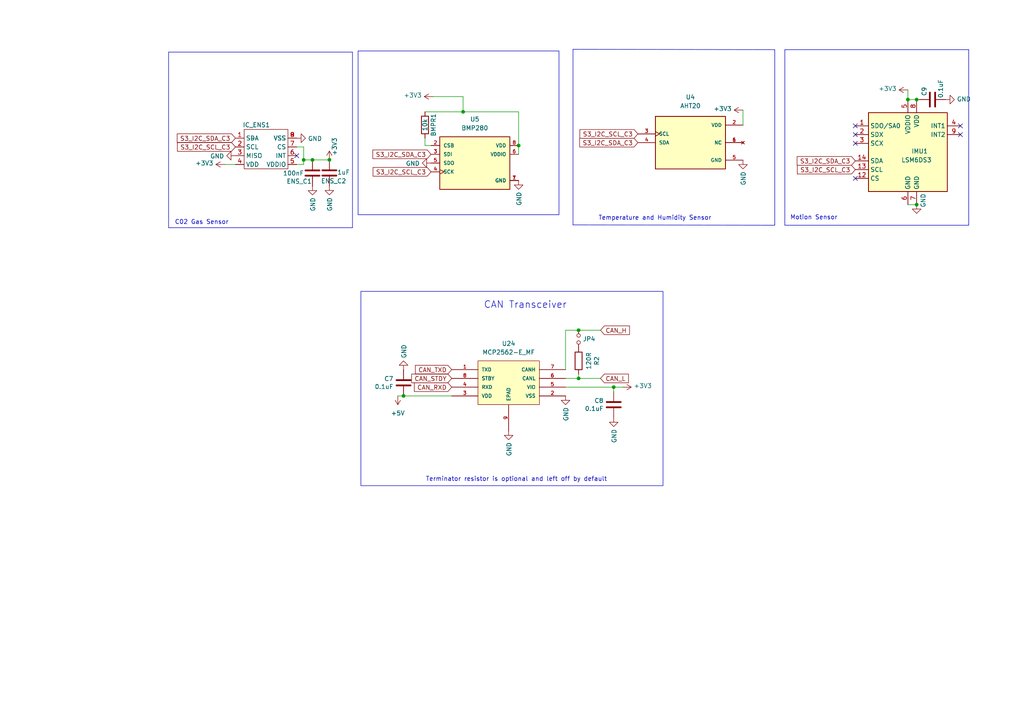
<source format=kicad_sch>
(kicad_sch (version 20230121) (generator eeschema)

  (uuid 63ac02d9-df52-49d6-bf40-d68ede45c647)

  (paper "A4")

  (title_block
    (title "OPEN ECU")
    (date "2023-12-14")
    (rev "12-2023")
    (company "WWW.AEONLABS.SCIENCE")
    (comment 1 "https://github.com/aeonSolutions/AeonLabs-AI-Volvo-MKII-Open-Hardware")
    (comment 2 "Creative Commons Share alike non commercial")
  )

  (lib_symbols
    (symbol "AeonLabs_Automotive:MCP2562-E_MF" (pin_names (offset 1.016)) (in_bom yes) (on_board yes)
      (property "Reference" "U" (at 7.62 0 0)
        (effects (font (size 1.27 1.27)) (justify left bottom))
      )
      (property "Value" "MCP2562-E_MF" (at 13.97 0 0)
        (effects (font (size 1.27 1.27)) (justify left bottom))
      )
      (property "Footprint" "AeonLabs_Automotive:MCP2562 DFN" (at 2.8702 24.5364 0)
        (effects (font (size 1.27 1.27)) (justify bottom) hide)
      )
      (property "Datasheet" "" (at 0 0 0)
        (effects (font (size 1.27 1.27)) hide)
      )
      (property "MF" "Microchip" (at 3.8608 19.9644 0)
        (effects (font (size 1.27 1.27)) (justify bottom) hide)
      )
      (property "VENDOR" "DIGIKEY" (at 0 12.0142 0)
        (effects (font (size 1.27 1.27)) (justify bottom) hide)
      )
      (property "Description" "\nCAN Tranceiver8 DFN 3x3x0.9mm TUBE | Microchip Technology Inc. MCP2562-E/MF\n" (at -0.4318 7.4676 0)
        (effects (font (size 1.27 1.27)) (justify bottom) hide)
      )
      (property "Package" "DFN-8 Microchip Technology" (at 4.5466 14.732 0)
        (effects (font (size 1.27 1.27)) (justify bottom) hide)
      )
      (property "Price" "None" (at 22.1488 28.4734 0)
        (effects (font (size 1.27 1.27)) (justify bottom) hide)
      )
      (property "DATASHEET" "MCP2562T-E/MFCT-ND" (at 3.4544 22.098 0)
        (effects (font (size 1.27 1.27)) (justify bottom) hide)
      )
      (property "PART_NUMBER" "MCP2562T-E/MFCT-ND" (at 2.4384 30.6324 0)
        (effects (font (size 1.27 1.27)) (justify bottom) hide)
      )
      (property "SnapEDA_Link" "https://www.snapeda.com/parts/MCP2562-E/MF/Microchip/view-part/?ref=snap" (at 0.5334 9.8298 0)
        (effects (font (size 1.27 1.27)) (justify bottom) hide)
      )
      (property "MP" "MCP2562-E/MF" (at 11.6332 12.1158 0)
        (effects (font (size 1.27 1.27)) (justify bottom) hide)
      )
      (property "Purchase-URL" "https://www.snapeda.com/api/url_track_click_mouser/?unipart_id=546891&manufacturer=Microchip&part_name=MCP2562-E/MF&search_term=None" (at 0.889 17.3228 0)
        (effects (font (size 1.27 1.27)) (justify bottom) hide)
      )
      (property "Availability" "In Stock" (at 3.2512 27.6352 0)
        (effects (font (size 1.27 1.27)) (justify bottom) hide)
      )
      (property "Check_prices" "https://www.snapeda.com/parts/MCP2562-E/MF/Microchip/view-part/?ref=eda" (at 1.4478 4.6228 0)
        (effects (font (size 1.27 1.27)) (justify bottom) hide)
      )
      (symbol "MCP2562-E_MF_0_0"
        (rectangle (start 7.62 -12.7) (end 25.4 0)
          (stroke (width 0.1524) (type default))
          (fill (type background))
        )
        (pin input line (at 0 -2.54 0) (length 7.62)
          (name "TXD" (effects (font (size 1.016 1.016))))
          (number "1" (effects (font (size 1.016 1.016))))
        )
        (pin power_in line (at 33.02 -10.16 180) (length 7.62)
          (name "VSS" (effects (font (size 1.016 1.016))))
          (number "2" (effects (font (size 1.016 1.016))))
        )
        (pin power_in line (at 0 -10.16 0) (length 7.62)
          (name "VDD" (effects (font (size 1.016 1.016))))
          (number "3" (effects (font (size 1.016 1.016))))
        )
        (pin output line (at 0 -7.62 0) (length 7.62)
          (name "RXD" (effects (font (size 1.016 1.016))))
          (number "4" (effects (font (size 1.016 1.016))))
        )
        (pin power_in line (at 33.02 -7.62 180) (length 7.62)
          (name "VIO" (effects (font (size 1.016 1.016))))
          (number "5" (effects (font (size 1.016 1.016))))
        )
        (pin bidirectional line (at 33.02 -5.08 180) (length 7.62)
          (name "CANL" (effects (font (size 1.016 1.016))))
          (number "6" (effects (font (size 1.016 1.016))))
        )
        (pin bidirectional line (at 33.02 -2.54 180) (length 7.62)
          (name "CANH" (effects (font (size 1.016 1.016))))
          (number "7" (effects (font (size 1.016 1.016))))
        )
        (pin input line (at 0 -5.08 0) (length 7.62)
          (name "STBY" (effects (font (size 1.016 1.016))))
          (number "8" (effects (font (size 1.016 1.016))))
        )
        (pin passive line (at 16.51 -20.32 90) (length 7.62)
          (name "EPAD" (effects (font (size 1.016 1.016))))
          (number "9" (effects (font (size 1.016 1.016))))
        )
      )
    )
    (symbol "AeonLabs_Sensors:BMP280" (pin_names (offset 1.016)) (in_bom yes) (on_board yes)
      (property "Reference" "U" (at -10.1796 7.6347 0)
        (effects (font (size 1.27 1.27)) (justify left bottom))
      )
      (property "Value" "BMP280" (at -10.1693 -10.1693 0)
        (effects (font (size 1.27 1.27)) (justify left bottom))
      )
      (property "Footprint" "AeonLabs_Sensors:XDCR_BMP280" (at 0 0 0)
        (effects (font (size 1.27 1.27)) (justify bottom) hide)
      )
      (property "Datasheet" "" (at 0 0 0)
        (effects (font (size 1.27 1.27)) hide)
      )
      (property "MF" "Bosch" (at 0 0 0)
        (effects (font (size 1.27 1.27)) (justify bottom) hide)
      )
      (property "Description" "\nPressure Sensor 4.35PSI ~ 15.95PSI (30kPa ~ 110kPa) Absolute - 16b 8-SMD\n" (at 0 0 0)
        (effects (font (size 1.27 1.27)) (justify bottom) hide)
      )
      (property "Package" "SMD-8 Bosch Sensortec" (at 0 0 0)
        (effects (font (size 1.27 1.27)) (justify bottom) hide)
      )
      (property "Price" "None" (at 0 0 0)
        (effects (font (size 1.27 1.27)) (justify bottom) hide)
      )
      (property "Check_prices" "https://www.snapeda.com/parts/BMP280/Bosch+Sensortec/view-part/?ref=eda" (at 0 0 0)
        (effects (font (size 1.27 1.27)) (justify bottom) hide)
      )
      (property "PART_REV" "1.19" (at 0 0 0)
        (effects (font (size 1.27 1.27)) (justify bottom) hide)
      )
      (property "STANDARD" "MANUFACTURER RECOMMENDATIONS" (at 0 0 0)
        (effects (font (size 1.27 1.27)) (justify bottom) hide)
      )
      (property "SnapEDA_Link" "https://www.snapeda.com/parts/BMP280/Bosch+Sensortec/view-part/?ref=snap" (at 0 0 0)
        (effects (font (size 1.27 1.27)) (justify bottom) hide)
      )
      (property "MP" "BMP280" (at 0 0 0)
        (effects (font (size 1.27 1.27)) (justify bottom) hide)
      )
      (property "Purchase-URL" "https://pricing.snapeda.com/search?q=BMP280&ref=eda" (at 0 0 0)
        (effects (font (size 1.27 1.27)) (justify bottom) hide)
      )
      (property "Availability" "In Stock" (at 0 0 0)
        (effects (font (size 1.27 1.27)) (justify bottom) hide)
      )
      (property "MANUFACTURER" "Bosch" (at 0 0 0)
        (effects (font (size 1.27 1.27)) (justify bottom) hide)
      )
      (symbol "BMP280_0_0"
        (rectangle (start -10.16 -7.62) (end 10.16 7.62)
          (stroke (width 0.254) (type default))
          (fill (type background))
        )
        (pin power_in line (at 12.7 -5.08 180) (length 2.54)
          (name "GND" (effects (font (size 1.016 1.016))))
          (number "1" (effects (font (size 1.016 1.016))))
        )
        (pin input line (at -12.7 5.08 0) (length 2.54)
          (name "CSB" (effects (font (size 1.016 1.016))))
          (number "2" (effects (font (size 1.016 1.016))))
        )
        (pin bidirectional line (at -12.7 2.54 0) (length 2.54)
          (name "SDI" (effects (font (size 1.016 1.016))))
          (number "3" (effects (font (size 1.016 1.016))))
        )
        (pin input clock (at -12.7 -2.54 0) (length 2.54)
          (name "SCK" (effects (font (size 1.016 1.016))))
          (number "4" (effects (font (size 1.016 1.016))))
        )
        (pin bidirectional line (at -12.7 0 0) (length 2.54)
          (name "SDO" (effects (font (size 1.016 1.016))))
          (number "5" (effects (font (size 1.016 1.016))))
        )
        (pin power_in line (at 12.7 2.54 180) (length 2.54)
          (name "VDDIO" (effects (font (size 1.016 1.016))))
          (number "6" (effects (font (size 1.016 1.016))))
        )
        (pin power_in line (at 12.7 -5.08 180) (length 2.54)
          (name "GND" (effects (font (size 1.016 1.016))))
          (number "7" (effects (font (size 1.016 1.016))))
        )
        (pin power_in line (at 12.7 5.08 180) (length 2.54)
          (name "VDD" (effects (font (size 1.016 1.016))))
          (number "8" (effects (font (size 1.016 1.016))))
        )
      )
    )
    (symbol "AeonLabs_Sensors:ENS160_Gas_Sensor" (in_bom yes) (on_board yes)
      (property "Reference" "IC_ENS" (at -3.81 6.35 0)
        (effects (font (size 1.27 1.27)))
      )
      (property "Value" "" (at -3.81 2.54 0)
        (effects (font (size 1.27 1.27)))
      )
      (property "Footprint" "AeonLabs_Sensors:ENS160 Gas Semsor" (at -3.81 2.54 0)
        (effects (font (size 1.27 1.27)) hide)
      )
      (property "Datasheet" "" (at -3.81 2.54 0)
        (effects (font (size 1.27 1.27)) hide)
      )
      (symbol "ENS160_Gas_Sensor_0_1"
        (rectangle (start -6.35 5.08) (end 6.35 -6.35)
          (stroke (width 0) (type default))
          (fill (type none))
        )
      )
      (symbol "ENS160_Gas_Sensor_1_1"
        (pin bidirectional line (at -8.89 2.54 0) (length 2.54)
          (name "SDA" (effects (font (size 1.27 1.27))))
          (number "1" (effects (font (size 1.27 1.27))))
        )
        (pin input line (at -8.89 0 0) (length 2.54)
          (name "SCL" (effects (font (size 1.27 1.27))))
          (number "2" (effects (font (size 1.27 1.27))))
        )
        (pin bidirectional line (at -8.89 -2.54 0) (length 2.54)
          (name "MISO" (effects (font (size 1.27 1.27))))
          (number "3" (effects (font (size 1.27 1.27))))
        )
        (pin power_in line (at -8.89 -5.08 0) (length 2.54)
          (name "VDD" (effects (font (size 1.27 1.27))))
          (number "4" (effects (font (size 1.27 1.27))))
        )
        (pin power_in line (at 8.89 -5.08 180) (length 2.54)
          (name "VDDIO" (effects (font (size 1.27 1.27))))
          (number "5" (effects (font (size 1.27 1.27))))
        )
        (pin output line (at 8.89 -2.54 180) (length 2.54)
          (name "INT" (effects (font (size 1.27 1.27))))
          (number "6" (effects (font (size 1.27 1.27))))
        )
        (pin input line (at 8.89 0 180) (length 2.54)
          (name "CS" (effects (font (size 1.27 1.27))))
          (number "7" (effects (font (size 1.27 1.27))))
        )
        (pin power_out line (at 8.89 2.54 180) (length 2.54)
          (name "VSS" (effects (font (size 1.27 1.27))))
          (number "8" (effects (font (size 1.27 1.27))))
        )
        (pin power_out line (at 8.89 2.54 180) (length 2.54)
          (name "VSS" (effects (font (size 1.27 1.27))))
          (number "9" (effects (font (size 1.27 1.27))))
        )
      )
    )
    (symbol "Device:C" (pin_numbers hide) (pin_names (offset 0.254)) (in_bom yes) (on_board yes)
      (property "Reference" "C" (at 0.635 2.54 0)
        (effects (font (size 1.27 1.27)) (justify left))
      )
      (property "Value" "C" (at 0.635 -2.54 0)
        (effects (font (size 1.27 1.27)) (justify left))
      )
      (property "Footprint" "" (at 0.9652 -3.81 0)
        (effects (font (size 1.27 1.27)) hide)
      )
      (property "Datasheet" "~" (at 0 0 0)
        (effects (font (size 1.27 1.27)) hide)
      )
      (property "ki_keywords" "cap capacitor" (at 0 0 0)
        (effects (font (size 1.27 1.27)) hide)
      )
      (property "ki_description" "Unpolarized capacitor" (at 0 0 0)
        (effects (font (size 1.27 1.27)) hide)
      )
      (property "ki_fp_filters" "C_*" (at 0 0 0)
        (effects (font (size 1.27 1.27)) hide)
      )
      (symbol "C_0_1"
        (polyline
          (pts
            (xy -2.032 -0.762)
            (xy 2.032 -0.762)
          )
          (stroke (width 0.508) (type default))
          (fill (type none))
        )
        (polyline
          (pts
            (xy -2.032 0.762)
            (xy 2.032 0.762)
          )
          (stroke (width 0.508) (type default))
          (fill (type none))
        )
      )
      (symbol "C_1_1"
        (pin passive line (at 0 3.81 270) (length 2.794)
          (name "~" (effects (font (size 1.27 1.27))))
          (number "1" (effects (font (size 1.27 1.27))))
        )
        (pin passive line (at 0 -3.81 90) (length 2.794)
          (name "~" (effects (font (size 1.27 1.27))))
          (number "2" (effects (font (size 1.27 1.27))))
        )
      )
    )
    (symbol "Device:Jumper_NO_Small" (pin_numbers hide) (pin_names (offset 0.762) hide) (in_bom yes) (on_board yes)
      (property "Reference" "JP" (at 0 2.032 0)
        (effects (font (size 1.27 1.27)))
      )
      (property "Value" "Device_Jumper_NO_Small" (at 0.254 -1.524 0)
        (effects (font (size 1.27 1.27)))
      )
      (property "Footprint" "" (at 0 0 0)
        (effects (font (size 1.27 1.27)) hide)
      )
      (property "Datasheet" "" (at 0 0 0)
        (effects (font (size 1.27 1.27)) hide)
      )
      (property "ki_fp_filters" "SolderJumper*Open* Jumper* TestPoint*2Pads* TestPoint*Bridge*" (at 0 0 0)
        (effects (font (size 1.27 1.27)) hide)
      )
      (symbol "Jumper_NO_Small_0_1"
        (circle (center -1.016 0) (radius 0.508)
          (stroke (width 0) (type default))
          (fill (type none))
        )
        (circle (center 1.016 0) (radius 0.508)
          (stroke (width 0) (type default))
          (fill (type none))
        )
        (pin passive line (at -2.54 0 0) (length 1.016)
          (name "1" (effects (font (size 1.27 1.27))))
          (number "1" (effects (font (size 1.27 1.27))))
        )
        (pin passive line (at 2.54 0 180) (length 1.016)
          (name "2" (effects (font (size 1.27 1.27))))
          (number "2" (effects (font (size 1.27 1.27))))
        )
      )
    )
    (symbol "Device:R" (pin_numbers hide) (pin_names (offset 0)) (in_bom yes) (on_board yes)
      (property "Reference" "R" (at 2.032 0 90)
        (effects (font (size 1.27 1.27)))
      )
      (property "Value" "R" (at 0 0 90)
        (effects (font (size 1.27 1.27)))
      )
      (property "Footprint" "" (at -1.778 0 90)
        (effects (font (size 1.27 1.27)) hide)
      )
      (property "Datasheet" "~" (at 0 0 0)
        (effects (font (size 1.27 1.27)) hide)
      )
      (property "ki_keywords" "R res resistor" (at 0 0 0)
        (effects (font (size 1.27 1.27)) hide)
      )
      (property "ki_description" "Resistor" (at 0 0 0)
        (effects (font (size 1.27 1.27)) hide)
      )
      (property "ki_fp_filters" "R_*" (at 0 0 0)
        (effects (font (size 1.27 1.27)) hide)
      )
      (symbol "R_0_1"
        (rectangle (start -1.016 -2.54) (end 1.016 2.54)
          (stroke (width 0.254) (type default))
          (fill (type none))
        )
      )
      (symbol "R_1_1"
        (pin passive line (at 0 3.81 270) (length 1.27)
          (name "~" (effects (font (size 1.27 1.27))))
          (number "1" (effects (font (size 1.27 1.27))))
        )
        (pin passive line (at 0 -3.81 90) (length 1.27)
          (name "~" (effects (font (size 1.27 1.27))))
          (number "2" (effects (font (size 1.27 1.27))))
        )
      )
    )
    (symbol "Sensor:AHT20" (pin_names (offset 1.016)) (in_bom yes) (on_board yes)
      (property "Reference" "U" (at -10.16 8.509 0)
        (effects (font (size 1.27 1.27)) (justify left bottom))
      )
      (property "Value" "AHT20" (at -10.16 -10.16 0)
        (effects (font (size 1.27 1.27)) (justify left bottom))
      )
      (property "Footprint" "Sensor:AHT20 - PSON100P300X300X110-6N" (at 0.1016 12.6492 0)
        (effects (font (size 1.27 1.27)) (justify bottom) hide)
      )
      (property "Datasheet" "" (at 0 0 0)
        (effects (font (size 1.27 1.27)) hide)
      )
      (property "STANDARD" "IPC 7351B" (at 0 10.3124 0)
        (effects (font (size 1.27 1.27)) (justify bottom) hide)
      )
      (property "MAXIMUM_PACKAGE_HEIGHT" "1.1mm" (at 12.954 8.9408 0)
        (effects (font (size 1.27 1.27)) (justify bottom) hide)
      )
      (property "PARTREV" "V1.0" (at 5.4864 8.2296 0)
        (effects (font (size 1.27 1.27)) (justify bottom) hide)
      )
      (property "MANUFACTURER" "Asair" (at -0.3048 8.3312 0)
        (effects (font (size 1.27 1.27)) (justify bottom) hide)
      )
      (symbol "AHT20_0_0"
        (rectangle (start -10.16 -7.62) (end 10.16 7.62)
          (stroke (width 0.254) (type default))
          (fill (type background))
        )
        (pin no_connect line (at 15.24 0 180) (length 5.08)
          (name "NC" (effects (font (size 1.016 1.016))))
          (number "1" (effects (font (size 1.016 1.016))))
        )
        (pin power_in line (at 15.24 5.08 180) (length 5.08)
          (name "VDD" (effects (font (size 1.016 1.016))))
          (number "2" (effects (font (size 1.016 1.016))))
        )
        (pin input clock (at -15.24 2.54 0) (length 5.08)
          (name "SCL" (effects (font (size 1.016 1.016))))
          (number "3" (effects (font (size 1.016 1.016))))
        )
        (pin bidirectional line (at -15.24 0 0) (length 5.08)
          (name "SDA" (effects (font (size 1.016 1.016))))
          (number "4" (effects (font (size 1.016 1.016))))
        )
        (pin power_in line (at 15.24 -5.08 180) (length 5.08)
          (name "GND" (effects (font (size 1.016 1.016))))
          (number "5" (effects (font (size 1.016 1.016))))
        )
        (pin no_connect line (at 15.24 0 180) (length 5.08)
          (name "NC" (effects (font (size 1.016 1.016))))
          (number "6" (effects (font (size 1.016 1.016))))
        )
      )
    )
    (symbol "Sensor_Motion:LSM6DS3" (in_bom yes) (on_board yes)
      (property "Reference" "U" (at -11.43 15.24 0)
        (effects (font (size 1.27 1.27)) (justify left))
      )
      (property "Value" "LSM6DS3" (at -11.43 12.7 0)
        (effects (font (size 1.27 1.27)) (justify left bottom))
      )
      (property "Footprint" "Package_LGA:LGA-14_3x2.5mm_P0.5mm_LayoutBorder3x4y" (at -10.16 -17.78 0)
        (effects (font (size 1.27 1.27)) (justify left) hide)
      )
      (property "Datasheet" "www.st.com/resource/en/datasheet/lsm6ds3.pdf" (at 2.54 -16.51 0)
        (effects (font (size 1.27 1.27)) hide)
      )
      (property "ki_keywords" "Accelerometer Gyroscope MEMS" (at 0 0 0)
        (effects (font (size 1.27 1.27)) hide)
      )
      (property "ki_description" "I2C/SPI, iNEMO inertial module: always-on 3D accelerometer and 3D gyroscope" (at 0 0 0)
        (effects (font (size 1.27 1.27)) hide)
      )
      (property "ki_fp_filters" "LGA*3x2.5mm*P0.5mm*LayoutBorder3x4y*" (at 0 0 0)
        (effects (font (size 1.27 1.27)) hide)
      )
      (symbol "LSM6DS3_0_1"
        (rectangle (start 11.43 11.43) (end -11.43 -11.43)
          (stroke (width 0.254) (type default))
          (fill (type background))
        )
      )
      (symbol "LSM6DS3_1_1"
        (pin bidirectional line (at -15.24 7.62 0) (length 3.81)
          (name "SDO/SA0" (effects (font (size 1.27 1.27))))
          (number "1" (effects (font (size 1.27 1.27))))
        )
        (pin no_connect line (at 10.16 -5.08 180) (length 3.81) hide
          (name "NC" (effects (font (size 1.27 1.27))))
          (number "10" (effects (font (size 1.27 1.27))))
        )
        (pin no_connect line (at 10.16 -2.54 180) (length 3.81) hide
          (name "NC" (effects (font (size 1.27 1.27))))
          (number "11" (effects (font (size 1.27 1.27))))
        )
        (pin input line (at -15.24 -7.62 0) (length 3.81)
          (name "CS" (effects (font (size 1.27 1.27))))
          (number "12" (effects (font (size 1.27 1.27))))
        )
        (pin input line (at -15.24 -5.08 0) (length 3.81)
          (name "SCL" (effects (font (size 1.27 1.27))))
          (number "13" (effects (font (size 1.27 1.27))))
        )
        (pin bidirectional line (at -15.24 -2.54 0) (length 3.81)
          (name "SDA" (effects (font (size 1.27 1.27))))
          (number "14" (effects (font (size 1.27 1.27))))
        )
        (pin bidirectional line (at -15.24 5.08 0) (length 3.81)
          (name "SDX" (effects (font (size 1.27 1.27))))
          (number "2" (effects (font (size 1.27 1.27))))
        )
        (pin input line (at -15.24 2.54 0) (length 3.81)
          (name "SCX" (effects (font (size 1.27 1.27))))
          (number "3" (effects (font (size 1.27 1.27))))
        )
        (pin output line (at 15.24 7.62 180) (length 3.81)
          (name "INT1" (effects (font (size 1.27 1.27))))
          (number "4" (effects (font (size 1.27 1.27))))
        )
        (pin power_in line (at 0 15.24 270) (length 3.81)
          (name "VDDIO" (effects (font (size 1.27 1.27))))
          (number "5" (effects (font (size 1.27 1.27))))
        )
        (pin power_in line (at 0 -15.24 90) (length 3.81)
          (name "GND" (effects (font (size 1.27 1.27))))
          (number "6" (effects (font (size 1.27 1.27))))
        )
        (pin power_in line (at 2.54 -15.24 90) (length 3.81)
          (name "GND" (effects (font (size 1.27 1.27))))
          (number "7" (effects (font (size 1.27 1.27))))
        )
        (pin power_in line (at 2.54 15.24 270) (length 3.81)
          (name "VDD" (effects (font (size 1.27 1.27))))
          (number "8" (effects (font (size 1.27 1.27))))
        )
        (pin output line (at 15.24 5.08 180) (length 3.81)
          (name "INT2" (effects (font (size 1.27 1.27))))
          (number "9" (effects (font (size 1.27 1.27))))
        )
      )
    )
    (symbol "power:+3V3" (power) (pin_names (offset 0)) (in_bom yes) (on_board yes)
      (property "Reference" "#PWR" (at 0 -3.81 0)
        (effects (font (size 1.27 1.27)) hide)
      )
      (property "Value" "+3V3" (at 0 3.556 0)
        (effects (font (size 1.27 1.27)))
      )
      (property "Footprint" "" (at 0 0 0)
        (effects (font (size 1.27 1.27)) hide)
      )
      (property "Datasheet" "" (at 0 0 0)
        (effects (font (size 1.27 1.27)) hide)
      )
      (property "ki_keywords" "power-flag" (at 0 0 0)
        (effects (font (size 1.27 1.27)) hide)
      )
      (property "ki_description" "Power symbol creates a global label with name \"+3V3\"" (at 0 0 0)
        (effects (font (size 1.27 1.27)) hide)
      )
      (symbol "+3V3_0_1"
        (polyline
          (pts
            (xy -0.762 1.27)
            (xy 0 2.54)
          )
          (stroke (width 0) (type default))
          (fill (type none))
        )
        (polyline
          (pts
            (xy 0 0)
            (xy 0 2.54)
          )
          (stroke (width 0) (type default))
          (fill (type none))
        )
        (polyline
          (pts
            (xy 0 2.54)
            (xy 0.762 1.27)
          )
          (stroke (width 0) (type default))
          (fill (type none))
        )
      )
      (symbol "+3V3_1_1"
        (pin power_in line (at 0 0 90) (length 0) hide
          (name "+3V3" (effects (font (size 1.27 1.27))))
          (number "1" (effects (font (size 1.27 1.27))))
        )
      )
    )
    (symbol "power:+5V" (power) (pin_names (offset 0)) (in_bom yes) (on_board yes)
      (property "Reference" "#PWR" (at 0 -3.81 0)
        (effects (font (size 1.27 1.27)) hide)
      )
      (property "Value" "+5V" (at 0 3.556 0)
        (effects (font (size 1.27 1.27)))
      )
      (property "Footprint" "" (at 0 0 0)
        (effects (font (size 1.27 1.27)) hide)
      )
      (property "Datasheet" "" (at 0 0 0)
        (effects (font (size 1.27 1.27)) hide)
      )
      (property "ki_keywords" "global power" (at 0 0 0)
        (effects (font (size 1.27 1.27)) hide)
      )
      (property "ki_description" "Power symbol creates a global label with name \"+5V\"" (at 0 0 0)
        (effects (font (size 1.27 1.27)) hide)
      )
      (symbol "+5V_0_1"
        (polyline
          (pts
            (xy -0.762 1.27)
            (xy 0 2.54)
          )
          (stroke (width 0) (type default))
          (fill (type none))
        )
        (polyline
          (pts
            (xy 0 0)
            (xy 0 2.54)
          )
          (stroke (width 0) (type default))
          (fill (type none))
        )
        (polyline
          (pts
            (xy 0 2.54)
            (xy 0.762 1.27)
          )
          (stroke (width 0) (type default))
          (fill (type none))
        )
      )
      (symbol "+5V_1_1"
        (pin power_in line (at 0 0 90) (length 0) hide
          (name "+5V" (effects (font (size 1.27 1.27))))
          (number "1" (effects (font (size 1.27 1.27))))
        )
      )
    )
    (symbol "power:GND" (power) (pin_names (offset 0)) (in_bom yes) (on_board yes)
      (property "Reference" "#PWR" (at 0 -6.35 0)
        (effects (font (size 1.27 1.27)) hide)
      )
      (property "Value" "GND" (at 0 -3.81 0)
        (effects (font (size 1.27 1.27)))
      )
      (property "Footprint" "" (at 0 0 0)
        (effects (font (size 1.27 1.27)) hide)
      )
      (property "Datasheet" "" (at 0 0 0)
        (effects (font (size 1.27 1.27)) hide)
      )
      (property "ki_keywords" "power-flag" (at 0 0 0)
        (effects (font (size 1.27 1.27)) hide)
      )
      (property "ki_description" "Power symbol creates a global label with name \"GND\" , ground" (at 0 0 0)
        (effects (font (size 1.27 1.27)) hide)
      )
      (symbol "GND_0_1"
        (polyline
          (pts
            (xy 0 0)
            (xy 0 -1.27)
            (xy 1.27 -1.27)
            (xy 0 -2.54)
            (xy -1.27 -1.27)
            (xy 0 -1.27)
          )
          (stroke (width 0) (type default))
          (fill (type none))
        )
      )
      (symbol "GND_1_1"
        (pin power_in line (at 0 0 270) (length 0) hide
          (name "GND" (effects (font (size 1.27 1.27))))
          (number "1" (effects (font (size 1.27 1.27))))
        )
      )
    )
  )

  (junction (at 117.0432 114.8334) (diameter 0) (color 0 0 0 0)
    (uuid 0917a7a9-f93d-41a4-af0b-b160068b6d82)
  )
  (junction (at 265.8618 28.8798) (diameter 0) (color 0 0 0 0)
    (uuid 3891758d-b85d-43c8-8243-c335b3f3785c)
  )
  (junction (at 167.8178 109.7534) (diameter 0) (color 0 0 0 0)
    (uuid 4ea77fca-71fd-4fd0-bfeb-188aa2884cbf)
  )
  (junction (at 167.8178 95.7834) (diameter 0) (color 0 0 0 0)
    (uuid 6da0a70b-174a-40d1-a7ea-9bbc27d3fac1)
  )
  (junction (at 90.6272 46.3804) (diameter 0) (color 0 0 0 0)
    (uuid 771a789a-414b-4a73-a39e-44eeae02516e)
  )
  (junction (at 265.8618 59.3598) (diameter 0) (color 0 0 0 0)
    (uuid 7c2bd66c-7204-42c8-b4f4-12140795c91a)
  )
  (junction (at 150.4188 42.2148) (diameter 0) (color 0 0 0 0)
    (uuid a6248dc2-8af9-4019-b34e-589248dc9dc9)
  )
  (junction (at 134.3152 32.4358) (diameter 0) (color 0 0 0 0)
    (uuid c3181efb-e07f-47cd-a28d-5ed2a3e71b82)
  )
  (junction (at 88.0872 46.3804) (diameter 0) (color 0 0 0 0)
    (uuid c3494029-92ee-4187-9784-52c86e7cfbcd)
  )
  (junction (at 178.0032 112.2934) (diameter 0) (color 0 0 0 0)
    (uuid c42560a8-1d05-42d5-b4bd-a256b6ad0065)
  )
  (junction (at 263.3218 28.8798) (diameter 0) (color 0 0 0 0)
    (uuid f23e7950-46f3-42df-895d-df669c3c7544)
  )
  (junction (at 95.5294 46.355) (diameter 0) (color 0 0 0 0)
    (uuid fb9194c6-a35b-49c9-8c22-c3f7d1a4d7eb)
  )

  (no_connect (at 248.0818 51.7398) (uuid 171f24b4-e07c-4548-ae64-7037b6ede155))
  (no_connect (at 248.0818 36.4998) (uuid 617766e2-4723-4e0f-8916-a3e72b6e5def))
  (no_connect (at 278.5618 36.4998) (uuid 656a7ddb-c2e7-4438-98e1-02f058a7dce0))
  (no_connect (at 248.0818 41.5798) (uuid 7e2502f5-dbd8-4bf9-9243-4174d6c5b7c8))
  (no_connect (at 278.5618 39.0398) (uuid 8ee8840c-2bb8-457f-a97e-a1c54927e0aa))
  (no_connect (at 248.0818 39.0398) (uuid bbdbaf8e-22c0-42ab-9c0d-f6da03e371e1))
  (no_connect (at 86.0552 45.1612) (uuid be94e390-24f4-4aa2-b8a1-8c66ef53a52a))

  (polyline (pts (xy 227.6348 65.3288) (xy 227.6348 14.4018))
    (stroke (width 0) (type default))
    (uuid 001e63b1-84da-4df8-821f-8149ff877f03)
  )

  (wire (pts (xy 86.0552 42.6212) (xy 88.0872 42.6212))
    (stroke (width 0) (type default))
    (uuid 02a09a97-743d-4073-a89e-cc6bce1d2077)
  )
  (wire (pts (xy 88.0872 42.6212) (xy 88.0872 46.3804))
    (stroke (width 0) (type default))
    (uuid 073e1d0d-1486-45a3-a7bb-3a6a13f18724)
  )
  (wire (pts (xy 115.3922 114.8334) (xy 117.0432 114.8334))
    (stroke (width 0) (type default))
    (uuid 09038ca8-91bc-4bad-8bc8-6e8a9d34d85f)
  )
  (wire (pts (xy 134.3152 32.4358) (xy 150.4188 32.4358))
    (stroke (width 0) (type default))
    (uuid 0f01fc96-0f53-42fe-b383-67632be4da11)
  )
  (wire (pts (xy 164.0332 95.7834) (xy 164.0332 107.2134))
    (stroke (width 0) (type default))
    (uuid 15f9c442-f841-47f9-b5c1-5c700c56dec3)
  )
  (wire (pts (xy 215.4936 31.9278) (xy 215.4936 36.2966))
    (stroke (width 0) (type default))
    (uuid 16820172-a256-440d-90b9-9b1918d801ba)
  )
  (wire (pts (xy 263.3218 28.8798) (xy 265.8618 28.8798))
    (stroke (width 0) (type default))
    (uuid 172f46d6-07ef-4a32-8f22-61bba6fb484b)
  )
  (wire (pts (xy 265.8618 59.3598) (xy 263.3218 59.3598))
    (stroke (width 0) (type default))
    (uuid 1d76d7c8-b06d-4f42-bb7a-96a40e6ac261)
  )
  (polyline (pts (xy 227.6348 14.4018) (xy 280.9748 14.4018))
    (stroke (width 0) (type default))
    (uuid 1de85d21-5f67-4d50-8e05-85dcce9f9dcd)
  )

  (wire (pts (xy 164.0332 109.7534) (xy 167.8178 109.7534))
    (stroke (width 0) (type default))
    (uuid 2a2fb6f1-999d-4889-a605-6e80a3f2558a)
  )
  (wire (pts (xy 164.0332 95.7834) (xy 167.8178 95.7834))
    (stroke (width 0) (type default))
    (uuid 2fa4c143-1b20-4196-94b8-b83d6e4f6488)
  )
  (polyline (pts (xy 48.895 66.04) (xy 102.235 66.04))
    (stroke (width 0) (type default))
    (uuid 3253dd19-ebf4-44b6-8fee-fb5ad472e3cc)
  )

  (wire (pts (xy 265.8618 28.8798) (xy 266.6492 28.8798))
    (stroke (width 0) (type default))
    (uuid 38f5026c-aa3f-46b1-ad06-14deae5bdcfb)
  )
  (wire (pts (xy 125.0188 42.2148) (xy 123.2662 42.2148))
    (stroke (width 0) (type default))
    (uuid 47e43c40-9a85-48aa-a957-c20ef5396032)
  )
  (wire (pts (xy 123.2662 32.4358) (xy 134.3152 32.4358))
    (stroke (width 0) (type default))
    (uuid 4b31506c-28d6-430e-b1c8-43abe98d85fe)
  )
  (wire (pts (xy 167.8178 108.4834) (xy 167.8178 109.7534))
    (stroke (width 0) (type default))
    (uuid 4c3cb06e-030f-4844-8b44-76c7049b47c7)
  )
  (wire (pts (xy 65.1764 47.7012) (xy 68.2752 47.7012))
    (stroke (width 0) (type default))
    (uuid 4da4a103-6698-4450-a919-6d5c4920d3ab)
  )
  (wire (pts (xy 86.0552 47.7012) (xy 88.0872 47.7012))
    (stroke (width 0) (type default))
    (uuid 569ab019-f29f-475e-b734-b55a7c753337)
  )
  (polyline (pts (xy 166.1922 14.3002) (xy 224.7138 14.4018))
    (stroke (width 0) (type default))
    (uuid 5dc849bf-25b5-40a2-b783-54da348152f7)
  )
  (polyline (pts (xy 48.895 15.113) (xy 102.235 15.113))
    (stroke (width 0) (type default))
    (uuid 69155ffa-5278-4698-992d-9ff816688c9b)
  )

  (wire (pts (xy 164.0332 112.2934) (xy 178.0032 112.2934))
    (stroke (width 0) (type default))
    (uuid 6ca13605-d4e0-4797-aaca-f8f67b0279d8)
  )
  (wire (pts (xy 150.4188 32.4358) (xy 150.4188 42.2148))
    (stroke (width 0) (type default))
    (uuid 71d03710-b483-4515-b0aa-7a7b7a2204c5)
  )
  (wire (pts (xy 88.0872 46.3804) (xy 88.0872 47.7012))
    (stroke (width 0) (type default))
    (uuid 7823903a-49f4-43de-a01c-fb8a7aedbb8c)
  )
  (wire (pts (xy 125.603 28.0162) (xy 134.3152 28.0162))
    (stroke (width 0) (type default))
    (uuid 783886d9-26df-4d96-9f8f-4e7e13ac9e5a)
  )
  (polyline (pts (xy 48.895 66.04) (xy 48.895 15.113))
    (stroke (width 0) (type default))
    (uuid 7a7c60c7-c91a-4f73-89a5-64863842a940)
  )
  (polyline (pts (xy 102.235 15.113) (xy 102.235 66.04))
    (stroke (width 0) (type default))
    (uuid 878c713e-60ae-4329-bb4c-2abed43d5dc4)
  )

  (wire (pts (xy 134.3152 28.0162) (xy 134.3152 32.4358))
    (stroke (width 0) (type default))
    (uuid 8ddf97b2-acc2-42b2-85d5-71355c721195)
  )
  (wire (pts (xy 95.5294 46.355) (xy 95.504 46.355))
    (stroke (width 0) (type default))
    (uuid 9245fda1-756f-4671-b181-8ed719caffb5)
  )
  (wire (pts (xy 117.0432 114.8334) (xy 131.0132 114.8334))
    (stroke (width 0) (type default))
    (uuid 99d24797-e1ff-4aaa-965b-0ccda602628c)
  )
  (wire (pts (xy 167.8178 109.7534) (xy 174.1678 109.7534))
    (stroke (width 0) (type default))
    (uuid 9d6a1e80-ed3b-4c99-8586-18a90803a504)
  )
  (wire (pts (xy 150.4188 42.2148) (xy 150.4188 44.7548))
    (stroke (width 0) (type default))
    (uuid 9da27bf4-82cb-4f2c-9e42-b282cefc6cf3)
  )
  (polyline (pts (xy 166.1922 65.2272) (xy 166.1922 14.3002))
    (stroke (width 0) (type default))
    (uuid a33f4c1f-d3fd-499a-ad9b-ee5885ccebea)
  )

  (wire (pts (xy 178.0032 113.5634) (xy 178.0032 112.2934))
    (stroke (width 0) (type default))
    (uuid a80783af-7efa-41d8-96cf-32e47aa527c3)
  )
  (polyline (pts (xy 166.1922 65.2272) (xy 224.7138 65.3288))
    (stroke (width 0) (type default))
    (uuid afd8418d-db1e-4086-8bda-1c145d578e42)
  )

  (wire (pts (xy 123.2662 42.2148) (xy 123.2662 40.0558))
    (stroke (width 0) (type default))
    (uuid b5bca0cb-00f6-4ac0-905b-149224ce8e14)
  )
  (wire (pts (xy 167.8178 95.7834) (xy 174.1678 95.7834))
    (stroke (width 0) (type default))
    (uuid b9934c07-7804-4168-920f-b45cb1c3fe24)
  )
  (polyline (pts (xy 227.6348 65.3288) (xy 280.9748 65.3288))
    (stroke (width 0) (type default))
    (uuid bb025545-1644-4e5a-b916-32438bfab349)
  )

  (wire (pts (xy 263.3218 26.0858) (xy 263.3218 28.8798))
    (stroke (width 0) (type default))
    (uuid d2158994-96de-4fe3-8afb-c129102d4c65)
  )
  (wire (pts (xy 95.504 46.355) (xy 95.504 46.3804))
    (stroke (width 0) (type default))
    (uuid de4a481b-c8ea-4e4b-9cb5-19dccf7f7f88)
  )
  (polyline (pts (xy 280.9748 14.4018) (xy 280.9748 65.3288))
    (stroke (width 0) (type default))
    (uuid e479075a-ab71-4caa-963d-15ee902d547f)
  )

  (wire (pts (xy 180.5432 112.2934) (xy 178.0032 112.2934))
    (stroke (width 0) (type default))
    (uuid e7d3fbec-07a3-4bef-9382-5b10d6d64fc3)
  )
  (polyline (pts (xy 224.7138 14.4018) (xy 224.7138 65.3288))
    (stroke (width 0) (type default))
    (uuid f0832ba3-750b-4021-89c0-513ca4313193)
  )

  (wire (pts (xy 90.6272 46.3804) (xy 95.504 46.3804))
    (stroke (width 0) (type default))
    (uuid f52d5bfb-8fc0-4127-9ac6-33c45f5334f0)
  )
  (wire (pts (xy 88.0872 46.3804) (xy 90.6272 46.3804))
    (stroke (width 0) (type default))
    (uuid fbde4c52-f4da-4259-a18e-84ba8f842b81)
  )

  (rectangle (start 104.6734 84.5058) (end 192.3034 140.8684)
    (stroke (width 0) (type default))
    (fill (type none))
    (uuid 10e514c9-f488-4252-9f63-24d2f2746900)
  )
  (rectangle (start 103.8606 14.7828) (end 162.1282 62.2808)
    (stroke (width 0) (type default))
    (fill (type none))
    (uuid 6a322147-adf6-48d8-8811-adfe422b85ee)
  )

  (text "Temperature and Humidity Sensor" (at 173.5328 64.0588 0)
    (effects (font (size 1.27 1.27)) (justify left bottom))
    (uuid 177ef7d2-873f-4b47-a657-e07bbe88edc8)
  )
  (text "Terminator resistor is optional and left off by default"
    (at 123.4694 139.8016 0)
    (effects (font (size 1.27 1.27)) (justify left bottom))
    (uuid 1fb50d9e-b78a-4619-a9e7-3abccc9d4d02)
  )
  (text "CAN Transceiver" (at 140.2842 89.6874 0)
    (effects (font (size 1.9812 1.9812)) (justify left bottom))
    (uuid 87400994-0a18-46e3-acff-430e8fe187bb)
  )
  (text "Motion Sensor" (at 229.1588 63.9318 0)
    (effects (font (size 1.27 1.27)) (justify left bottom))
    (uuid a5d8c7e7-d062-4ef0-b47a-1f72ada3a069)
  )
  (text "C02 Gas Sensor" (at 50.673 65.278 0)
    (effects (font (size 1.27 1.27)) (justify left bottom))
    (uuid efdbdfe4-b1cb-472a-83ca-0995cfd72eb3)
  )

  (global_label "S3_I2C_SCL_C3" (shape input) (at 248.0818 49.1998 180) (fields_autoplaced)
    (effects (font (size 1.27 1.27)) (justify right))
    (uuid 1fc007d5-a7bf-4829-b641-b553b72547f0)
    (property "Intersheetrefs" "${INTERSHEET_REFS}" (at 231.3576 49.1998 0)
      (effects (font (size 1.27 1.27)) (justify right) hide)
    )
  )
  (global_label "S3_I2C_SDA_C3" (shape input) (at 185.0136 41.3766 180) (fields_autoplaced)
    (effects (font (size 1.27 1.27)) (justify right))
    (uuid 399856e0-2a3a-48f5-bb61-cbe2e95ca958)
    (property "Intersheetrefs" "${INTERSHEET_REFS}" (at 168.2289 41.3766 0)
      (effects (font (size 1.27 1.27)) (justify right) hide)
    )
  )
  (global_label "S3_I2C_SCL_C3" (shape input) (at 68.2752 42.6212 180) (fields_autoplaced)
    (effects (font (size 1.27 1.27)) (justify right))
    (uuid 44703b6c-69b0-4c64-b0a9-cccbd84e8f38)
    (property "Intersheetrefs" "${INTERSHEET_REFS}" (at 51.551 42.6212 0)
      (effects (font (size 1.27 1.27)) (justify right) hide)
    )
  )
  (global_label "CAN_L" (shape input) (at 174.1678 109.7534 0) (fields_autoplaced)
    (effects (font (size 1.27 1.27)) (justify left))
    (uuid 7df651e1-fd99-415b-9c4f-7e9419861f18)
    (property "Intersheetrefs" "${INTERSHEET_REFS}" (at 182.1042 109.7534 0)
      (effects (font (size 1.27 1.27)) (justify left) hide)
    )
  )
  (global_label "S3_I2C_SCL_C3" (shape input) (at 185.0136 38.8366 180) (fields_autoplaced)
    (effects (font (size 1.27 1.27)) (justify right))
    (uuid 89eff200-c998-431b-a51c-46faa29d2c6b)
    (property "Intersheetrefs" "${INTERSHEET_REFS}" (at 168.2894 38.8366 0)
      (effects (font (size 1.27 1.27)) (justify right) hide)
    )
  )
  (global_label "S3_I2C_SDA_C3" (shape input) (at 68.2752 40.0812 180) (fields_autoplaced)
    (effects (font (size 1.27 1.27)) (justify right))
    (uuid 8ea43b1d-9f50-4fcb-9e33-c9d6e1af95f7)
    (property "Intersheetrefs" "${INTERSHEET_REFS}" (at 51.4905 40.0812 0)
      (effects (font (size 1.27 1.27)) (justify right) hide)
    )
  )
  (global_label "S3_I2C_SDA_C3" (shape input) (at 125.0188 44.7548 180) (fields_autoplaced)
    (effects (font (size 1.27 1.27)) (justify right))
    (uuid 9a47eac6-d404-40d2-bf75-86877cd1de8b)
    (property "Intersheetrefs" "${INTERSHEET_REFS}" (at 108.2341 44.7548 0)
      (effects (font (size 1.27 1.27)) (justify right) hide)
    )
  )
  (global_label "S3_I2C_SCL_C3" (shape input) (at 125.0188 49.8348 180) (fields_autoplaced)
    (effects (font (size 1.27 1.27)) (justify right))
    (uuid a0848e42-8c05-4613-a00b-ccaa426f2aea)
    (property "Intersheetrefs" "${INTERSHEET_REFS}" (at 108.2946 49.8348 0)
      (effects (font (size 1.27 1.27)) (justify right) hide)
    )
  )
  (global_label "CAN_TXD" (shape input) (at 131.0132 107.2134 180) (fields_autoplaced)
    (effects (font (size 1.27 1.27)) (justify right))
    (uuid a18fa0f7-f1ee-4b36-9c3f-97aba3d06455)
    (property "Intersheetrefs" "${INTERSHEET_REFS}" (at 120.5784 107.2134 0)
      (effects (font (size 1.27 1.27)) (justify right) hide)
    )
  )
  (global_label "S3_I2C_SDA_C3" (shape input) (at 248.0818 46.6598 180) (fields_autoplaced)
    (effects (font (size 1.27 1.27)) (justify right))
    (uuid a7a20346-b223-4657-a054-67884563714f)
    (property "Intersheetrefs" "${INTERSHEET_REFS}" (at 231.2971 46.6598 0)
      (effects (font (size 1.27 1.27)) (justify right) hide)
    )
  )
  (global_label "CAN_RXD" (shape input) (at 131.0132 112.2934 180) (fields_autoplaced)
    (effects (font (size 1.27 1.27)) (justify right))
    (uuid b4bffd05-5759-431f-bf8c-b3dd927fa986)
    (property "Intersheetrefs" "${INTERSHEET_REFS}" (at 120.276 112.2934 0)
      (effects (font (size 1.27 1.27)) (justify right) hide)
    )
  )
  (global_label "CAN_H" (shape input) (at 174.1678 95.7834 0) (fields_autoplaced)
    (effects (font (size 1.27 1.27)) (justify left))
    (uuid e2c0d8ad-6fce-46d0-a4ad-5f72be8ee978)
    (property "Intersheetrefs" "${INTERSHEET_REFS}" (at 182.4066 95.7834 0)
      (effects (font (size 1.27 1.27)) (justify left) hide)
    )
  )
  (global_label "CAN_STDY" (shape input) (at 131.0132 109.7534 180) (fields_autoplaced)
    (effects (font (size 1.27 1.27)) (justify right))
    (uuid e34c1024-aaea-497e-b2b1-95bf0b4821cf)
    (property "Intersheetrefs" "${INTERSHEET_REFS}" (at 119.4898 109.7534 0)
      (effects (font (size 1.27 1.27)) (justify right) hide)
    )
  )

  (symbol (lib_id "AeonLabs_Automotive:MCP2562-E_MF") (at 131.0132 104.6734 0) (unit 1)
    (in_bom yes) (on_board yes) (dnp no) (fields_autoplaced)
    (uuid 0c6bebb6-4d09-4d25-86d4-f1c9213bb03d)
    (property "Reference" "U24" (at 147.5232 99.6442 0)
      (effects (font (size 1.27 1.27)))
    )
    (property "Value" "MCP2562-E_MF" (at 147.5232 102.1842 0)
      (effects (font (size 1.27 1.27)))
    )
    (property "Footprint" "AeonLabs_Automotive:MCP2562 DFN" (at 133.8834 80.137 0)
      (effects (font (size 1.27 1.27)) (justify bottom) hide)
    )
    (property "Datasheet" "" (at 131.0132 104.6734 0)
      (effects (font (size 1.27 1.27)) hide)
    )
    (property "MF" "Microchip" (at 134.874 84.709 0)
      (effects (font (size 1.27 1.27)) (justify bottom) hide)
    )
    (property "VENDOR" "DIGIKEY" (at 131.0132 92.6592 0)
      (effects (font (size 1.27 1.27)) (justify bottom) hide)
    )
    (property "Description" "\nCAN Tranceiver8 DFN 3x3x0.9mm TUBE | Microchip Technology Inc. MCP2562-E/MF\n" (at 130.5814 97.2058 0)
      (effects (font (size 1.27 1.27)) (justify bottom) hide)
    )
    (property "Package" "DFN-8 Microchip Technology" (at 135.5598 89.9414 0)
      (effects (font (size 1.27 1.27)) (justify bottom) hide)
    )
    (property "Price" "None" (at 153.162 76.2 0)
      (effects (font (size 1.27 1.27)) (justify bottom) hide)
    )
    (property "DATASHEET" "MCP2562T-E/MFCT-ND" (at 134.4676 82.5754 0)
      (effects (font (size 1.27 1.27)) (justify bottom) hide)
    )
    (property "PART_NUMBER" "MCP2562T-E/MFCT-ND" (at 133.4516 74.041 0)
      (effects (font (size 1.27 1.27)) (justify bottom) hide)
    )
    (property "SnapEDA_Link" "https://www.snapeda.com/parts/MCP2562-E/MF/Microchip/view-part/?ref=snap" (at 131.5466 94.8436 0)
      (effects (font (size 1.27 1.27)) (justify bottom) hide)
    )
    (property "MP" "MCP2562-E/MF" (at 142.6464 92.5576 0)
      (effects (font (size 1.27 1.27)) (justify bottom) hide)
    )
    (property "Purchase-URL" "https://www.snapeda.com/api/url_track_click_mouser/?unipart_id=546891&manufacturer=Microchip&part_name=MCP2562-E/MF&search_term=None" (at 131.9022 87.3506 0)
      (effects (font (size 1.27 1.27)) (justify bottom) hide)
    )
    (property "Availability" "In Stock" (at 134.2644 77.0382 0)
      (effects (font (size 1.27 1.27)) (justify bottom) hide)
    )
    (property "Check_prices" "https://www.snapeda.com/parts/MCP2562-E/MF/Microchip/view-part/?ref=eda" (at 132.461 100.0506 0)
      (effects (font (size 1.27 1.27)) (justify bottom) hide)
    )
    (pin "9" (uuid 9466b799-2c54-4713-ae66-81a275a578bb))
    (pin "8" (uuid cdb06ac8-dfa1-44c4-88e5-b84fc659498c))
    (pin "1" (uuid f808fa67-6d63-4854-a665-e66c052e6974))
    (pin "4" (uuid cce83d98-0014-40fa-86e9-fda6de758fd9))
    (pin "2" (uuid 1596076c-2525-4338-b9ac-5ac10f075ec4))
    (pin "7" (uuid f06630d2-334e-41e6-aa1d-f8eca6402d40))
    (pin "6" (uuid 0dcd95bd-f79e-4894-9919-e265b30daf00))
    (pin "5" (uuid 513e89c4-8d5c-47dd-81ea-aa64ce54a28e))
    (pin "3" (uuid 7b619484-84b5-4547-b16b-5f905d58732d))
    (instances
      (project "OEM_ECU"
        (path "/ebe274a6-1c43-4fa2-9d2a-7756c5a7217c/00000000-0000-0000-0000-00005d68d672"
          (reference "U24") (unit 1)
        )
      )
    )
  )

  (symbol (lib_id "power:GND") (at 178.0032 121.1834 0) (unit 1)
    (in_bom yes) (on_board yes) (dnp no)
    (uuid 35072659-47e8-4c52-b233-d6448930b442)
    (property "Reference" "#PWR0256" (at 178.0032 127.5334 0)
      (effects (font (size 1.27 1.27)) hide)
    )
    (property "Value" "GND" (at 178.1302 124.4346 90)
      (effects (font (size 1.27 1.27)) (justify right))
    )
    (property "Footprint" "" (at 178.0032 121.1834 0)
      (effects (font (size 1.27 1.27)) hide)
    )
    (property "Datasheet" "" (at 178.0032 121.1834 0)
      (effects (font (size 1.27 1.27)) hide)
    )
    (pin "1" (uuid 0d9a1c9a-dc48-45d1-bbe5-70ba6a57d428))
    (instances
      (project "OEM_ECU"
        (path "/ebe274a6-1c43-4fa2-9d2a-7756c5a7217c/00000000-0000-0000-0000-00005d68d672"
          (reference "#PWR0256") (unit 1)
        )
      )
    )
  )

  (symbol (lib_id "power:+3V3") (at 65.1764 47.7012 90) (unit 1)
    (in_bom yes) (on_board yes) (dnp no)
    (uuid 35264801-5ff4-4d71-a5d3-4dcf0da3d592)
    (property "Reference" "#PWR065" (at 68.9864 47.7012 0)
      (effects (font (size 1.27 1.27)) hide)
    )
    (property "Value" "+3V3" (at 61.9252 47.3202 90)
      (effects (font (size 1.27 1.27)) (justify left))
    )
    (property "Footprint" "" (at 65.1764 47.7012 0)
      (effects (font (size 1.27 1.27)) hide)
    )
    (property "Datasheet" "" (at 65.1764 47.7012 0)
      (effects (font (size 1.27 1.27)) hide)
    )
    (pin "1" (uuid dac7a371-059f-4db6-bb54-013623354685))
    (instances
      (project "OEM_ECU"
        (path "/ebe274a6-1c43-4fa2-9d2a-7756c5a7217c/00000000-0000-0000-0000-00005d68d672"
          (reference "#PWR065") (unit 1)
        )
      )
    )
  )

  (symbol (lib_id "power:+3V3") (at 180.5432 112.2934 270) (mirror x) (unit 1)
    (in_bom yes) (on_board yes) (dnp no)
    (uuid 37c8cb19-6bc9-4932-9aa7-2d7046246f0a)
    (property "Reference" "#PWR0254" (at 176.7332 112.2934 0)
      (effects (font (size 1.27 1.27)) hide)
    )
    (property "Value" "+3V3" (at 183.7944 111.9124 90)
      (effects (font (size 1.27 1.27)) (justify left))
    )
    (property "Footprint" "" (at 180.5432 112.2934 0)
      (effects (font (size 1.27 1.27)) hide)
    )
    (property "Datasheet" "" (at 180.5432 112.2934 0)
      (effects (font (size 1.27 1.27)) hide)
    )
    (pin "1" (uuid b4a986a0-cc92-4336-86a5-531bf7bf2900))
    (instances
      (project "OEM_ECU"
        (path "/ebe274a6-1c43-4fa2-9d2a-7756c5a7217c/00000000-0000-0000-0000-00005d68d672"
          (reference "#PWR0254") (unit 1)
        )
      )
    )
  )

  (symbol (lib_id "power:GND") (at 147.5232 124.9934 0) (unit 1)
    (in_bom yes) (on_board yes) (dnp no)
    (uuid 3b3417fe-9e72-4231-b14a-d68efd7dc63c)
    (property "Reference" "#PWR0252" (at 147.5232 131.3434 0)
      (effects (font (size 1.27 1.27)) hide)
    )
    (property "Value" "GND" (at 147.6502 128.2446 90)
      (effects (font (size 1.27 1.27)) (justify right))
    )
    (property "Footprint" "" (at 147.5232 124.9934 0)
      (effects (font (size 1.27 1.27)) hide)
    )
    (property "Datasheet" "" (at 147.5232 124.9934 0)
      (effects (font (size 1.27 1.27)) hide)
    )
    (pin "1" (uuid 4235451b-c47a-4a01-9e9e-d1eef09bf9c6))
    (instances
      (project "OEM_ECU"
        (path "/ebe274a6-1c43-4fa2-9d2a-7756c5a7217c/00000000-0000-0000-0000-00005d68d672"
          (reference "#PWR0252") (unit 1)
        )
      )
    )
  )

  (symbol (lib_id "power:GND") (at 86.0552 40.0812 90) (mirror x) (unit 1)
    (in_bom yes) (on_board yes) (dnp no)
    (uuid 437b858d-3cbc-4ab0-833a-acc5637fd7a6)
    (property "Reference" "#PWR063" (at 92.4052 40.0812 0)
      (effects (font (size 1.27 1.27)) hide)
    )
    (property "Value" "GND" (at 89.3064 40.2082 90)
      (effects (font (size 1.27 1.27)) (justify right))
    )
    (property "Footprint" "" (at 86.0552 40.0812 0)
      (effects (font (size 1.27 1.27)) hide)
    )
    (property "Datasheet" "" (at 86.0552 40.0812 0)
      (effects (font (size 1.27 1.27)) hide)
    )
    (pin "1" (uuid 0f0578de-6e28-4ce0-9a11-934c09115924))
    (instances
      (project "OEM_ECU"
        (path "/ebe274a6-1c43-4fa2-9d2a-7756c5a7217c/00000000-0000-0000-0000-00005d68d672"
          (reference "#PWR063") (unit 1)
        )
      )
    )
  )

  (symbol (lib_id "power:+3V3") (at 95.5294 46.355 0) (unit 1)
    (in_bom yes) (on_board yes) (dnp no)
    (uuid 45f1acc6-c02f-4a7e-a25f-c39613cdc42d)
    (property "Reference" "#PWR068" (at 95.5294 50.165 0)
      (effects (font (size 1.27 1.27)) hide)
    )
    (property "Value" "+3V3" (at 97.028 45.1612 90)
      (effects (font (size 1.27 1.27)) (justify left))
    )
    (property "Footprint" "" (at 95.5294 46.355 0)
      (effects (font (size 1.27 1.27)) hide)
    )
    (property "Datasheet" "" (at 95.5294 46.355 0)
      (effects (font (size 1.27 1.27)) hide)
    )
    (pin "1" (uuid e5c40185-f35c-446e-9f16-442d10425a2c))
    (instances
      (project "OEM_ECU"
        (path "/ebe274a6-1c43-4fa2-9d2a-7756c5a7217c/00000000-0000-0000-0000-00005d68d672"
          (reference "#PWR068") (unit 1)
        )
      )
    )
  )

  (symbol (lib_id "AeonLabs_Sensors:ENS160_Gas_Sensor") (at 77.1652 42.6212 0) (unit 1)
    (in_bom yes) (on_board yes) (dnp no)
    (uuid 4732a384-e097-4639-a17b-5804b5c157dd)
    (property "Reference" "IC_ENS1" (at 74.3712 36.2458 0)
      (effects (font (size 1.27 1.27)))
    )
    (property "Value" "~" (at 73.3552 40.0812 0)
      (effects (font (size 1.27 1.27)))
    )
    (property "Footprint" "AeonLabs_Sensors:ENS160 Gas Semsor" (at 73.3552 40.0812 0)
      (effects (font (size 1.27 1.27)) hide)
    )
    (property "Datasheet" "" (at 73.3552 40.0812 0)
      (effects (font (size 1.27 1.27)) hide)
    )
    (pin "1" (uuid cb26aac3-adf7-4841-b1e7-7ca013230042))
    (pin "2" (uuid 48e4d72d-31f1-49c0-8123-dfe69805fc2a))
    (pin "3" (uuid faa8df0a-ab08-4f14-ac9b-a030cf77eafb))
    (pin "4" (uuid 22ab6aa4-3a06-49fc-abf4-a296b76b4d72))
    (pin "5" (uuid b392d3ad-2b5a-42a3-a5c9-c6e6fe8c4864))
    (pin "6" (uuid 25bf8f53-1b3b-4099-8f42-3e291aba8fef))
    (pin "7" (uuid f28d3e9a-33e2-45b6-ab0d-f03e5184ed61))
    (pin "8" (uuid 27d67838-1f5b-47c0-8ccc-9fe00d9c035a))
    (pin "9" (uuid fbbcb66a-636e-4c1f-8835-cc2de927ae72))
    (instances
      (project "OEM_ECU"
        (path "/ebe274a6-1c43-4fa2-9d2a-7756c5a7217c/00000000-0000-0000-0000-00005d68d672"
          (reference "IC_ENS1") (unit 1)
        )
      )
    )
  )

  (symbol (lib_id "Device:C") (at 95.5294 50.165 180) (unit 1)
    (in_bom yes) (on_board yes) (dnp no)
    (uuid 53540a0d-bec7-40e0-a60a-e9538cb24416)
    (property "Reference" "ENS_C2" (at 100.4316 52.5018 0)
      (effects (font (size 1.27 1.27)) (justify left))
    )
    (property "Value" "1uF" (at 101.473 49.9872 0)
      (effects (font (size 1.27 1.27)) (justify left))
    )
    (property "Footprint" "Capacitor_SMD:C_0603_1608Metric" (at 94.5642 46.355 0)
      (effects (font (size 1.27 1.27)) hide)
    )
    (property "Datasheet" "~" (at 95.5294 50.165 0)
      (effects (font (size 1.27 1.27)) hide)
    )
    (pin "1" (uuid 892a1d00-149b-4a66-b3f9-fec985be2c94))
    (pin "2" (uuid 764e0026-355a-4472-a06a-e8115a7df5a3))
    (instances
      (project "OEM_ECU"
        (path "/ebe274a6-1c43-4fa2-9d2a-7756c5a7217c/00000000-0000-0000-0000-00005d68d672"
          (reference "ENS_C2") (unit 1)
        )
      )
    )
  )

  (symbol (lib_id "power:+5V") (at 115.3922 114.8334 180) (unit 1)
    (in_bom yes) (on_board yes) (dnp no) (fields_autoplaced)
    (uuid 6bafadd2-48a3-4596-874a-06cfe7863b61)
    (property "Reference" "#PWR0255" (at 115.3922 111.0234 0)
      (effects (font (size 1.27 1.27)) hide)
    )
    (property "Value" "+5V" (at 115.3922 119.8372 0)
      (effects (font (size 1.27 1.27)))
    )
    (property "Footprint" "" (at 115.3922 114.8334 0)
      (effects (font (size 1.27 1.27)) hide)
    )
    (property "Datasheet" "" (at 115.3922 114.8334 0)
      (effects (font (size 1.27 1.27)) hide)
    )
    (pin "1" (uuid cf6f51ed-7a92-4e31-a648-9ee9b3a0ed2d))
    (instances
      (project "OEM_ECU"
        (path "/ebe274a6-1c43-4fa2-9d2a-7756c5a7217c/00000000-0000-0000-0000-00005d68d672"
          (reference "#PWR0255") (unit 1)
        )
      )
    )
  )

  (symbol (lib_id "power:+3V3") (at 215.4936 31.9278 90) (unit 1)
    (in_bom yes) (on_board yes) (dnp no)
    (uuid 7f7f8df7-c054-46ac-95b7-0c13b403929b)
    (property "Reference" "#PWR096" (at 219.3036 31.9278 0)
      (effects (font (size 1.27 1.27)) hide)
    )
    (property "Value" "+3V3" (at 212.2424 31.5468 90)
      (effects (font (size 1.27 1.27)) (justify left))
    )
    (property "Footprint" "" (at 215.4936 31.9278 0)
      (effects (font (size 1.27 1.27)) hide)
    )
    (property "Datasheet" "" (at 215.4936 31.9278 0)
      (effects (font (size 1.27 1.27)) hide)
    )
    (pin "1" (uuid 7de62ae2-2326-45c2-ac83-c7f074790e2b))
    (instances
      (project "OEM_ECU"
        (path "/ebe274a6-1c43-4fa2-9d2a-7756c5a7217c/00000000-0000-0000-0000-00005d68d672"
          (reference "#PWR096") (unit 1)
        )
      )
    )
  )

  (symbol (lib_id "power:GND") (at 125.0188 47.2948 270) (unit 1)
    (in_bom yes) (on_board yes) (dnp no)
    (uuid 7fe7bf75-fb7c-4e5c-a5d4-3c03a627bc96)
    (property "Reference" "#PWR091" (at 118.6688 47.2948 0)
      (effects (font (size 1.27 1.27)) hide)
    )
    (property "Value" "GND" (at 121.7676 47.4218 90)
      (effects (font (size 1.27 1.27)) (justify right))
    )
    (property "Footprint" "" (at 125.0188 47.2948 0)
      (effects (font (size 1.27 1.27)) hide)
    )
    (property "Datasheet" "" (at 125.0188 47.2948 0)
      (effects (font (size 1.27 1.27)) hide)
    )
    (pin "1" (uuid 6c95bc04-e1fb-4853-81af-70ec1d520fa4))
    (instances
      (project "OEM_ECU"
        (path "/ebe274a6-1c43-4fa2-9d2a-7756c5a7217c/00000000-0000-0000-0000-00005d68d672"
          (reference "#PWR091") (unit 1)
        )
      )
    )
  )

  (symbol (lib_id "power:GND") (at 117.0432 107.2134 0) (mirror x) (unit 1)
    (in_bom yes) (on_board yes) (dnp no)
    (uuid 854df197-f5cd-4bb1-aa48-1a0472330941)
    (property "Reference" "#PWR0253" (at 117.0432 100.8634 0)
      (effects (font (size 1.27 1.27)) hide)
    )
    (property "Value" "GND" (at 117.1702 103.9622 90)
      (effects (font (size 1.27 1.27)) (justify right))
    )
    (property "Footprint" "" (at 117.0432 107.2134 0)
      (effects (font (size 1.27 1.27)) hide)
    )
    (property "Datasheet" "" (at 117.0432 107.2134 0)
      (effects (font (size 1.27 1.27)) hide)
    )
    (pin "1" (uuid 9e02335b-489b-4ede-b776-f1d6ba15fc2c))
    (instances
      (project "OEM_ECU"
        (path "/ebe274a6-1c43-4fa2-9d2a-7756c5a7217c/00000000-0000-0000-0000-00005d68d672"
          (reference "#PWR0253") (unit 1)
        )
      )
    )
  )

  (symbol (lib_id "Device:Jumper_NO_Small") (at 167.8178 98.3234 270) (unit 1)
    (in_bom yes) (on_board yes) (dnp no)
    (uuid 8e4aef46-b759-4810-83d8-c5ba98180240)
    (property "Reference" "JP4" (at 169.037 98.3234 90)
      (effects (font (size 1.27 1.27)) (justify left))
    )
    (property "Value" "Jumper_NO_Small" (at 169.037 99.4664 90)
      (effects (font (size 1.27 1.27)) (justify left) hide)
    )
    (property "Footprint" "Jumper:SolderJumper-2_P1.3mm_Open_Pad1.0x1.5mm" (at 167.8178 98.3234 0)
      (effects (font (size 1.27 1.27)) hide)
    )
    (property "Datasheet" "~" (at 167.8178 98.3234 0)
      (effects (font (size 1.27 1.27)) hide)
    )
    (pin "1" (uuid b3a4f70e-5184-4f42-9dd9-c187ac6fca2b))
    (pin "2" (uuid be8f7ce1-c361-4ee0-83e4-446623be254f))
    (instances
      (project "OEM_ECU"
        (path "/ebe274a6-1c43-4fa2-9d2a-7756c5a7217c/00000000-0000-0000-0000-00005d68d672"
          (reference "JP4") (unit 1)
        )
      )
    )
  )

  (symbol (lib_id "Device:R") (at 167.8178 104.6734 180) (unit 1)
    (in_bom yes) (on_board yes) (dnp no)
    (uuid 8f7cf886-0f65-4e24-b21a-1a21509fb1d9)
    (property "Reference" "R2" (at 173.0756 104.6734 90)
      (effects (font (size 1.27 1.27)))
    )
    (property "Value" "120R" (at 170.7642 104.6734 90)
      (effects (font (size 1.27 1.27)))
    )
    (property "Footprint" "Resistor_SMD:R_0805_2012Metric" (at 169.5958 104.6734 90)
      (effects (font (size 1.27 1.27)) hide)
    )
    (property "Datasheet" "~" (at 167.8178 104.6734 0)
      (effects (font (size 1.27 1.27)) hide)
    )
    (property "Manufacturer_Name" "Yageo" (at 301.1678 -0.7366 0)
      (effects (font (size 1.27 1.27)) hide)
    )
    (property "Manufacturer_Part_Number" "RC0805FR-07120RL" (at 301.1678 -0.7366 0)
      (effects (font (size 1.27 1.27)) hide)
    )
    (property "URL" "https://www.digikey.com/products/en?keywords=311-120CRCT-ND" (at 301.1678 -0.7366 0)
      (effects (font (size 1.27 1.27)) hide)
    )
    (property "Digikey Part Number" "311-120CRCT-ND" (at 301.1678 -0.7366 0)
      (effects (font (size 1.27 1.27)) hide)
    )
    (pin "1" (uuid 271a0444-1277-4fc9-bb2a-5685bc45048c))
    (pin "2" (uuid 60281e4c-15e6-4949-ade7-0f934828076a))
    (instances
      (project "OEM_ECU"
        (path "/ebe274a6-1c43-4fa2-9d2a-7756c5a7217c/00000000-0000-0000-0000-00005d68d672"
          (reference "R2") (unit 1)
        )
      )
    )
  )

  (symbol (lib_id "Sensor_Motion:LSM6DS3") (at 263.3218 44.1198 0) (unit 1)
    (in_bom yes) (on_board yes) (dnp no)
    (uuid 928ca7d7-d012-4a2c-bd43-603e27173fec)
    (property "Reference" "IMU1" (at 264.3378 43.8658 0)
      (effects (font (size 1.27 1.27)) (justify left))
    )
    (property "Value" "LSM6DS3" (at 261.4168 46.4058 0)
      (effects (font (size 1.27 1.27)) (justify left))
    )
    (property "Footprint" "AeonLabs_Sensors:LSM6DS3 Motion Sensor PQFN50P300X250X86-14N" (at 253.1618 61.8998 0)
      (effects (font (size 1.27 1.27)) (justify left) hide)
    )
    (property "Datasheet" "www.st.com/resource/en/datasheet/lsm6ds3.pdf" (at 265.8618 60.6298 0)
      (effects (font (size 1.27 1.27)) hide)
    )
    (pin "1" (uuid 7dedc9d4-708c-49ff-b944-931df3c676f5))
    (pin "10" (uuid 15abc4fb-10e2-403d-be47-b65798f66a90))
    (pin "11" (uuid c4d26d4e-0069-4782-8318-428874e82b7d))
    (pin "12" (uuid 84f3bb82-2c1e-4efe-86e9-81ae25f3d071))
    (pin "13" (uuid abb5a78a-faa2-42ca-8a0d-0190960ab426))
    (pin "14" (uuid 0f39b4aa-f391-45ca-873c-f66405f10842))
    (pin "2" (uuid 1178373e-e68b-4ab5-8491-7886995875d3))
    (pin "3" (uuid 6e0731e1-97f1-41a4-b911-094c08269385))
    (pin "4" (uuid fde4276b-9aed-4863-9046-8727b9ff63e2))
    (pin "5" (uuid 0da7a1c9-e384-46be-b038-952a9c4d3b34))
    (pin "6" (uuid 1c16a7ae-e1af-47d5-9915-9de83a30b4fe))
    (pin "7" (uuid 22734187-2c76-4fcb-9500-d64820c1f835))
    (pin "8" (uuid ce4706c4-3ecf-4dac-b1b9-6cd4568454cc))
    (pin "9" (uuid 7394d868-b000-4b5c-a5c1-63439c2fd64a))
    (instances
      (project "LDAD_ATOM _PRO _LCD _ABS_Enclosure_52x48_16bit"
        (path "/e63e39d7-6ac0-4ffd-8aa3-1841a4541b55"
          (reference "IMU1") (unit 1)
        )
      )
      (project "OEM_ECU"
        (path "/ebe274a6-1c43-4fa2-9d2a-7756c5a7217c/00000000-0000-0000-0000-00005d68d672"
          (reference "IMU2") (unit 1)
        )
      )
    )
  )

  (symbol (lib_id "power:GND") (at 215.4936 46.4566 0) (unit 1)
    (in_bom yes) (on_board yes) (dnp no)
    (uuid aad25b3a-a2d3-4cc8-929b-1b6b529f4ae4)
    (property "Reference" "#PWR093" (at 215.4936 52.8066 0)
      (effects (font (size 1.27 1.27)) hide)
    )
    (property "Value" "GND" (at 215.6206 49.7078 90)
      (effects (font (size 1.27 1.27)) (justify right))
    )
    (property "Footprint" "" (at 215.4936 46.4566 0)
      (effects (font (size 1.27 1.27)) hide)
    )
    (property "Datasheet" "" (at 215.4936 46.4566 0)
      (effects (font (size 1.27 1.27)) hide)
    )
    (pin "1" (uuid 931fbfdb-d335-4514-849b-b024cdec487e))
    (instances
      (project "OEM_ECU"
        (path "/ebe274a6-1c43-4fa2-9d2a-7756c5a7217c/00000000-0000-0000-0000-00005d68d672"
          (reference "#PWR093") (unit 1)
        )
      )
    )
  )

  (symbol (lib_id "power:GND") (at 150.4188 52.3748 0) (unit 1)
    (in_bom yes) (on_board yes) (dnp no)
    (uuid b39d965e-4ab4-43cd-a2c6-89658425a926)
    (property "Reference" "#PWR090" (at 150.4188 58.7248 0)
      (effects (font (size 1.27 1.27)) hide)
    )
    (property "Value" "GND" (at 150.5458 55.626 90)
      (effects (font (size 1.27 1.27)) (justify right))
    )
    (property "Footprint" "" (at 150.4188 52.3748 0)
      (effects (font (size 1.27 1.27)) hide)
    )
    (property "Datasheet" "" (at 150.4188 52.3748 0)
      (effects (font (size 1.27 1.27)) hide)
    )
    (pin "1" (uuid 218e1050-4e33-45b6-a254-df194e505e08))
    (instances
      (project "OEM_ECU"
        (path "/ebe274a6-1c43-4fa2-9d2a-7756c5a7217c/00000000-0000-0000-0000-00005d68d672"
          (reference "#PWR090") (unit 1)
        )
      )
    )
  )

  (symbol (lib_id "power:+3V3") (at 263.3218 26.0858 90) (unit 1)
    (in_bom yes) (on_board yes) (dnp no)
    (uuid bb9bfc76-d28b-4156-85d5-ae1504a075a1)
    (property "Reference" "#PWR095" (at 267.1318 26.0858 0)
      (effects (font (size 1.27 1.27)) hide)
    )
    (property "Value" "+3V3" (at 260.0706 25.7048 90)
      (effects (font (size 1.27 1.27)) (justify left))
    )
    (property "Footprint" "" (at 263.3218 26.0858 0)
      (effects (font (size 1.27 1.27)) hide)
    )
    (property "Datasheet" "" (at 263.3218 26.0858 0)
      (effects (font (size 1.27 1.27)) hide)
    )
    (pin "1" (uuid e8bd3718-1ebd-4f8c-b405-a9716219cfb5))
    (instances
      (project "OEM_ECU"
        (path "/ebe274a6-1c43-4fa2-9d2a-7756c5a7217c/00000000-0000-0000-0000-00005d68d672"
          (reference "#PWR095") (unit 1)
        )
      )
    )
  )

  (symbol (lib_id "Device:R") (at 123.2662 36.2458 180) (unit 1)
    (in_bom yes) (on_board yes) (dnp no)
    (uuid bca1a198-0765-41b9-b2ae-180c4b290017)
    (property "Reference" "BMPR1" (at 125.73 36.2458 90)
      (effects (font (size 1.27 1.27)))
    )
    (property "Value" "10k" (at 123.2662 36.2458 90)
      (effects (font (size 1.27 1.27)))
    )
    (property "Footprint" "Resistor_SMD:R_0603_1608Metric" (at 125.0442 36.2458 90)
      (effects (font (size 1.27 1.27)) hide)
    )
    (property "Datasheet" "~" (at 123.2662 36.2458 0)
      (effects (font (size 1.27 1.27)) hide)
    )
    (pin "1" (uuid 4dbc79aa-ad90-4770-a9eb-cd367eb1d836))
    (pin "2" (uuid 8c3c4bf7-bc89-4677-8a98-09d068a14024))
    (instances
      (project "OEM_ECU"
        (path "/ebe274a6-1c43-4fa2-9d2a-7756c5a7217c/00000000-0000-0000-0000-00005d68d672"
          (reference "BMPR1") (unit 1)
        )
      )
    )
  )

  (symbol (lib_id "Device:C") (at 117.0432 111.0234 0) (mirror y) (unit 1)
    (in_bom yes) (on_board yes) (dnp no)
    (uuid c9b7aa88-9836-4a81-931d-251a55a82a47)
    (property "Reference" "C7" (at 114.1222 109.855 0)
      (effects (font (size 1.27 1.27)) (justify left))
    )
    (property "Value" "0.1uF" (at 114.1222 112.1664 0)
      (effects (font (size 1.27 1.27)) (justify left))
    )
    (property "Footprint" "Capacitor_SMD:C_0805_2012Metric" (at 116.078 114.8334 0)
      (effects (font (size 1.27 1.27)) hide)
    )
    (property "Datasheet" "~" (at 117.0432 111.0234 0)
      (effects (font (size 1.27 1.27)) hide)
    )
    (property "Digikey Part Number" "311-1140-1-ND" (at 117.0432 111.0234 0)
      (effects (font (size 1.27 1.27)) hide)
    )
    (property "Manufacturer_Name" "Yageo" (at 117.0432 111.0234 0)
      (effects (font (size 1.27 1.27)) hide)
    )
    (property "Manufacturer_Part_Number" "CC0805KRX7R9BB104" (at 117.0432 111.0234 0)
      (effects (font (size 1.27 1.27)) hide)
    )
    (property "URL" "https://www.digikey.com.au/product-detail/en/yageo/CC0805KRX7R9BB104/311-1140-1-ND/303050" (at 117.0432 111.0234 0)
      (effects (font (size 1.27 1.27)) hide)
    )
    (pin "1" (uuid ce5f634d-f60d-4439-aea3-9dc1adb7c9a9))
    (pin "2" (uuid e3895f38-3d0a-44b6-ae5e-6dc7444e41d2))
    (instances
      (project "OEM_ECU"
        (path "/ebe274a6-1c43-4fa2-9d2a-7756c5a7217c/00000000-0000-0000-0000-00005d68d672"
          (reference "C7") (unit 1)
        )
      )
    )
  )

  (symbol (lib_id "Device:C") (at 90.6272 50.1904 180) (unit 1)
    (in_bom yes) (on_board yes) (dnp no)
    (uuid cae60fa4-9a6f-4353-adab-687986f23302)
    (property "Reference" "ENS_C1" (at 90.4494 52.6034 0)
      (effects (font (size 1.27 1.27)) (justify left))
    )
    (property "Value" "100nF" (at 88.138 50.2412 0)
      (effects (font (size 1.27 1.27)) (justify left))
    )
    (property "Footprint" "Capacitor_SMD:C_0603_1608Metric" (at 89.662 46.3804 0)
      (effects (font (size 1.27 1.27)) hide)
    )
    (property "Datasheet" "~" (at 90.6272 50.1904 0)
      (effects (font (size 1.27 1.27)) hide)
    )
    (pin "1" (uuid a324c4c8-90ab-46ce-b717-b2f48a601648))
    (pin "2" (uuid 71d1a183-26dd-4c1a-969d-80d8c583bec6))
    (instances
      (project "OEM_ECU"
        (path "/ebe274a6-1c43-4fa2-9d2a-7756c5a7217c/00000000-0000-0000-0000-00005d68d672"
          (reference "ENS_C1") (unit 1)
        )
      )
    )
  )

  (symbol (lib_id "power:GND") (at 265.8618 59.3598 0) (unit 1)
    (in_bom yes) (on_board yes) (dnp no)
    (uuid d002f3f6-b22c-4528-921a-dbd394c24c60)
    (property "Reference" "#PWR094" (at 265.8618 65.7098 0)
      (effects (font (size 1.27 1.27)) hide)
    )
    (property "Value" "GND" (at 267.7668 56.1086 90)
      (effects (font (size 1.27 1.27)) (justify right))
    )
    (property "Footprint" "" (at 265.8618 59.3598 0)
      (effects (font (size 1.27 1.27)) hide)
    )
    (property "Datasheet" "" (at 265.8618 59.3598 0)
      (effects (font (size 1.27 1.27)) hide)
    )
    (pin "1" (uuid 409f2516-faa8-4d77-98d3-9c6153cb1097))
    (instances
      (project "OEM_ECU"
        (path "/ebe274a6-1c43-4fa2-9d2a-7756c5a7217c/00000000-0000-0000-0000-00005d68d672"
          (reference "#PWR094") (unit 1)
        )
      )
    )
  )

  (symbol (lib_id "power:GND") (at 68.2752 45.1612 270) (unit 1)
    (in_bom yes) (on_board yes) (dnp no)
    (uuid d54200ce-e98c-4b85-89e3-4975649e0545)
    (property "Reference" "#PWR067" (at 61.9252 45.1612 0)
      (effects (font (size 1.27 1.27)) hide)
    )
    (property "Value" "GND" (at 65.024 45.2882 90)
      (effects (font (size 1.27 1.27)) (justify right))
    )
    (property "Footprint" "" (at 68.2752 45.1612 0)
      (effects (font (size 1.27 1.27)) hide)
    )
    (property "Datasheet" "" (at 68.2752 45.1612 0)
      (effects (font (size 1.27 1.27)) hide)
    )
    (pin "1" (uuid f710b926-d37e-4bbb-b975-714bdd3eaee2))
    (instances
      (project "OEM_ECU"
        (path "/ebe274a6-1c43-4fa2-9d2a-7756c5a7217c/00000000-0000-0000-0000-00005d68d672"
          (reference "#PWR067") (unit 1)
        )
      )
    )
  )

  (symbol (lib_id "power:+3V3") (at 125.603 28.0162 90) (unit 1)
    (in_bom yes) (on_board yes) (dnp no)
    (uuid de0361ec-1c8b-41f5-b884-2898c16687ed)
    (property "Reference" "#PWR097" (at 129.413 28.0162 0)
      (effects (font (size 1.27 1.27)) hide)
    )
    (property "Value" "+3V3" (at 122.3518 27.6352 90)
      (effects (font (size 1.27 1.27)) (justify left))
    )
    (property "Footprint" "" (at 125.603 28.0162 0)
      (effects (font (size 1.27 1.27)) hide)
    )
    (property "Datasheet" "" (at 125.603 28.0162 0)
      (effects (font (size 1.27 1.27)) hide)
    )
    (pin "1" (uuid 01e99b40-9faf-4bcb-8593-315a922b3ce0))
    (instances
      (project "OEM_ECU"
        (path "/ebe274a6-1c43-4fa2-9d2a-7756c5a7217c/00000000-0000-0000-0000-00005d68d672"
          (reference "#PWR097") (unit 1)
        )
      )
    )
  )

  (symbol (lib_id "power:GND") (at 274.2692 28.8798 90) (unit 1)
    (in_bom yes) (on_board yes) (dnp no)
    (uuid e20a7c14-dbe9-4518-90a1-789690fec32a)
    (property "Reference" "#PWR062" (at 280.6192 28.8798 0)
      (effects (font (size 1.27 1.27)) hide)
    )
    (property "Value" "GND" (at 277.5204 28.7528 90)
      (effects (font (size 1.27 1.27)) (justify right))
    )
    (property "Footprint" "" (at 274.2692 28.8798 0)
      (effects (font (size 1.27 1.27)) hide)
    )
    (property "Datasheet" "" (at 274.2692 28.8798 0)
      (effects (font (size 1.27 1.27)) hide)
    )
    (pin "1" (uuid c3024ede-ed2a-4e99-aad4-2ecd642e8886))
    (instances
      (project "OEM_ECU"
        (path "/ebe274a6-1c43-4fa2-9d2a-7756c5a7217c/00000000-0000-0000-0000-00005d68d672"
          (reference "#PWR062") (unit 1)
        )
      )
    )
  )

  (symbol (lib_id "power:GND") (at 90.6272 54.0004 0) (unit 1)
    (in_bom yes) (on_board yes) (dnp no)
    (uuid e27245b3-ac52-4e89-80b8-ddd98f778bdc)
    (property "Reference" "#PWR066" (at 90.6272 60.3504 0)
      (effects (font (size 1.27 1.27)) hide)
    )
    (property "Value" "GND" (at 90.7542 57.2516 90)
      (effects (font (size 1.27 1.27)) (justify right))
    )
    (property "Footprint" "" (at 90.6272 54.0004 0)
      (effects (font (size 1.27 1.27)) hide)
    )
    (property "Datasheet" "" (at 90.6272 54.0004 0)
      (effects (font (size 1.27 1.27)) hide)
    )
    (pin "1" (uuid 060f68a9-bbfe-4c14-843c-4e7bd92cfad3))
    (instances
      (project "OEM_ECU"
        (path "/ebe274a6-1c43-4fa2-9d2a-7756c5a7217c/00000000-0000-0000-0000-00005d68d672"
          (reference "#PWR066") (unit 1)
        )
      )
    )
  )

  (symbol (lib_id "Device:C") (at 270.4592 28.8798 90) (mirror x) (unit 1)
    (in_bom yes) (on_board yes) (dnp no)
    (uuid ef1734ad-a193-43ac-9c0f-5f338f48d44d)
    (property "Reference" "C9" (at 268.0716 25.1714 0)
      (effects (font (size 1.27 1.27)) (justify left))
    )
    (property "Value" "0.1uF" (at 272.8214 22.987 0)
      (effects (font (size 1.27 1.27)) (justify left))
    )
    (property "Footprint" "Capacitor_SMD:C_0805_2012Metric" (at 274.2692 29.845 0)
      (effects (font (size 1.27 1.27)) hide)
    )
    (property "Datasheet" "~" (at 270.4592 28.8798 0)
      (effects (font (size 1.27 1.27)) hide)
    )
    (property "Digikey Part Number" "311-1140-1-ND" (at 270.4592 28.8798 0)
      (effects (font (size 1.27 1.27)) hide)
    )
    (property "Manufacturer_Name" "Yageo" (at 270.4592 28.8798 0)
      (effects (font (size 1.27 1.27)) hide)
    )
    (property "Manufacturer_Part_Number" "CC0805KRX7R9BB104" (at 270.4592 28.8798 0)
      (effects (font (size 1.27 1.27)) hide)
    )
    (property "URL" "https://www.digikey.com.au/product-detail/en/yageo/CC0805KRX7R9BB104/311-1140-1-ND/303050" (at 270.4592 28.8798 0)
      (effects (font (size 1.27 1.27)) hide)
    )
    (pin "1" (uuid d6782651-5f7e-4bb2-a421-607e0197d299))
    (pin "2" (uuid 85627866-e2bd-4e82-b2ce-a52187142948))
    (instances
      (project "OEM_ECU"
        (path "/ebe274a6-1c43-4fa2-9d2a-7756c5a7217c/00000000-0000-0000-0000-00005d68d672"
          (reference "C9") (unit 1)
        )
      )
    )
  )

  (symbol (lib_id "power:GND") (at 95.5294 53.975 0) (unit 1)
    (in_bom yes) (on_board yes) (dnp no)
    (uuid f35d5aea-ae2a-416d-abed-1112a8a71e0f)
    (property "Reference" "#PWR064" (at 95.5294 60.325 0)
      (effects (font (size 1.27 1.27)) hide)
    )
    (property "Value" "GND" (at 95.6564 57.2262 90)
      (effects (font (size 1.27 1.27)) (justify right))
    )
    (property "Footprint" "" (at 95.5294 53.975 0)
      (effects (font (size 1.27 1.27)) hide)
    )
    (property "Datasheet" "" (at 95.5294 53.975 0)
      (effects (font (size 1.27 1.27)) hide)
    )
    (pin "1" (uuid 88656c15-8cff-4fad-952c-cd32aeeea4d3))
    (instances
      (project "OEM_ECU"
        (path "/ebe274a6-1c43-4fa2-9d2a-7756c5a7217c/00000000-0000-0000-0000-00005d68d672"
          (reference "#PWR064") (unit 1)
        )
      )
    )
  )

  (symbol (lib_id "Device:C") (at 178.0032 117.3734 0) (mirror y) (unit 1)
    (in_bom yes) (on_board yes) (dnp no)
    (uuid f66ea938-afe2-4c5c-9912-054ab137ac4b)
    (property "Reference" "C8" (at 175.0822 116.205 0)
      (effects (font (size 1.27 1.27)) (justify left))
    )
    (property "Value" "0.1uF" (at 175.0822 118.5164 0)
      (effects (font (size 1.27 1.27)) (justify left))
    )
    (property "Footprint" "Capacitor_SMD:C_0805_2012Metric" (at 177.038 121.1834 0)
      (effects (font (size 1.27 1.27)) hide)
    )
    (property "Datasheet" "~" (at 178.0032 117.3734 0)
      (effects (font (size 1.27 1.27)) hide)
    )
    (property "Digikey Part Number" "311-1140-1-ND" (at 178.0032 117.3734 0)
      (effects (font (size 1.27 1.27)) hide)
    )
    (property "Manufacturer_Name" "Yageo" (at 178.0032 117.3734 0)
      (effects (font (size 1.27 1.27)) hide)
    )
    (property "Manufacturer_Part_Number" "CC0805KRX7R9BB104" (at 178.0032 117.3734 0)
      (effects (font (size 1.27 1.27)) hide)
    )
    (property "URL" "https://www.digikey.com.au/product-detail/en/yageo/CC0805KRX7R9BB104/311-1140-1-ND/303050" (at 178.0032 117.3734 0)
      (effects (font (size 1.27 1.27)) hide)
    )
    (pin "1" (uuid 31ce41a1-f7de-41d3-84be-c47538208311))
    (pin "2" (uuid fea02fef-7b64-4c69-84aa-d875df7a0d0f))
    (instances
      (project "OEM_ECU"
        (path "/ebe274a6-1c43-4fa2-9d2a-7756c5a7217c/00000000-0000-0000-0000-00005d68d672"
          (reference "C8") (unit 1)
        )
      )
    )
  )

  (symbol (lib_id "power:GND") (at 164.0332 114.8334 0) (unit 1)
    (in_bom yes) (on_board yes) (dnp no)
    (uuid f84aafd1-c050-42f4-b095-be0f23e77ddc)
    (property "Reference" "#PWR0251" (at 164.0332 121.1834 0)
      (effects (font (size 1.27 1.27)) hide)
    )
    (property "Value" "GND" (at 164.1602 118.0846 90)
      (effects (font (size 1.27 1.27)) (justify right))
    )
    (property "Footprint" "" (at 164.0332 114.8334 0)
      (effects (font (size 1.27 1.27)) hide)
    )
    (property "Datasheet" "" (at 164.0332 114.8334 0)
      (effects (font (size 1.27 1.27)) hide)
    )
    (pin "1" (uuid 6070fa8d-4e2a-45ae-9090-34eeb0d0b88e))
    (instances
      (project "OEM_ECU"
        (path "/ebe274a6-1c43-4fa2-9d2a-7756c5a7217c/00000000-0000-0000-0000-00005d68d672"
          (reference "#PWR0251") (unit 1)
        )
      )
    )
  )

  (symbol (lib_id "AeonLabs_Sensors:BMP280") (at 137.7188 47.2948 0) (unit 1)
    (in_bom yes) (on_board yes) (dnp no) (fields_autoplaced)
    (uuid fca32c2e-d48f-40cc-b233-7201f7304667)
    (property "Reference" "U5" (at 137.7188 34.5948 0)
      (effects (font (size 1.27 1.27)))
    )
    (property "Value" "BMP280" (at 137.7188 37.1348 0)
      (effects (font (size 1.27 1.27)))
    )
    (property "Footprint" "AeonLabs_Sensors:XDCR_BMP280" (at 137.7188 47.2948 0)
      (effects (font (size 1.27 1.27)) (justify bottom) hide)
    )
    (property "Datasheet" "" (at 137.7188 47.2948 0)
      (effects (font (size 1.27 1.27)) hide)
    )
    (property "MF" "Bosch" (at 137.7188 47.2948 0)
      (effects (font (size 1.27 1.27)) (justify bottom) hide)
    )
    (property "Description" "\nPressure Sensor 4.35PSI ~ 15.95PSI (30kPa ~ 110kPa) Absolute - 16b 8-SMD\n" (at 137.7188 47.2948 0)
      (effects (font (size 1.27 1.27)) (justify bottom) hide)
    )
    (property "Package" "SMD-8 Bosch Sensortec" (at 137.7188 47.2948 0)
      (effects (font (size 1.27 1.27)) (justify bottom) hide)
    )
    (property "Price" "None" (at 137.7188 47.2948 0)
      (effects (font (size 1.27 1.27)) (justify bottom) hide)
    )
    (property "Check_prices" "https://www.snapeda.com/parts/BMP280/Bosch+Sensortec/view-part/?ref=eda" (at 137.7188 47.2948 0)
      (effects (font (size 1.27 1.27)) (justify bottom) hide)
    )
    (property "PART_REV" "1.19" (at 137.7188 47.2948 0)
      (effects (font (size 1.27 1.27)) (justify bottom) hide)
    )
    (property "STANDARD" "MANUFACTURER RECOMMENDATIONS" (at 137.7188 47.2948 0)
      (effects (font (size 1.27 1.27)) (justify bottom) hide)
    )
    (property "SnapEDA_Link" "https://www.snapeda.com/parts/BMP280/Bosch+Sensortec/view-part/?ref=snap" (at 137.7188 47.2948 0)
      (effects (font (size 1.27 1.27)) (justify bottom) hide)
    )
    (property "MP" "BMP280" (at 137.7188 47.2948 0)
      (effects (font (size 1.27 1.27)) (justify bottom) hide)
    )
    (property "Purchase-URL" "https://pricing.snapeda.com/search?q=BMP280&ref=eda" (at 137.7188 47.2948 0)
      (effects (font (size 1.27 1.27)) (justify bottom) hide)
    )
    (property "Availability" "In Stock" (at 137.7188 47.2948 0)
      (effects (font (size 1.27 1.27)) (justify bottom) hide)
    )
    (property "MANUFACTURER" "Bosch" (at 137.7188 47.2948 0)
      (effects (font (size 1.27 1.27)) (justify bottom) hide)
    )
    (pin "1" (uuid dcd2bf64-9b43-442b-aa20-e56dec994bc6))
    (pin "2" (uuid d9fc1513-78ba-4281-bbbc-24eccc29930c))
    (pin "3" (uuid 7cd0bd39-61d2-46d9-aa8d-7764b77c90dd))
    (pin "4" (uuid 776397be-a5cd-4f9f-ae7a-e58fdc411bbe))
    (pin "5" (uuid bfd18027-7e92-4cad-809e-c45b414e4388))
    (pin "6" (uuid 42839b36-77e8-4791-97c6-3549be56e3d4))
    (pin "7" (uuid ade98884-63e2-4a23-be6c-117eaae1ff38))
    (pin "8" (uuid e028c795-7f55-4499-b69d-23e04ce8f908))
    (instances
      (project "LK-S35 Some & Fire Monitor Device"
        (path "/e5ffaade-a2d0-4fcf-8f04-7af6bee9b94c"
          (reference "U5") (unit 1)
        )
      )
      (project "LDAD_ATOM _PRO _LCD _ABS_Enclosure_52x48_16bit"
        (path "/e63e39d7-6ac0-4ffd-8aa3-1841a4541b55"
          (reference "U7") (unit 1)
        )
      )
      (project "OEM_ECU"
        (path "/ebe274a6-1c43-4fa2-9d2a-7756c5a7217c/00000000-0000-0000-0000-00005d68d672"
          (reference "U9") (unit 1)
        )
      )
    )
  )

  (symbol (lib_id "Sensor:AHT20") (at 200.2536 41.3766 0) (unit 1)
    (in_bom yes) (on_board yes) (dnp no) (fields_autoplaced)
    (uuid ffe1433f-33eb-4771-af3e-bcb90861dd1f)
    (property "Reference" "U4" (at 200.2536 28.1686 0)
      (effects (font (size 1.27 1.27)))
    )
    (property "Value" "AHT20" (at 200.2536 30.7086 0)
      (effects (font (size 1.27 1.27)))
    )
    (property "Footprint" "AeonLabs_Sensors:AHT20 PSON100P300X300X110-6N" (at 200.3552 28.7274 0)
      (effects (font (size 1.27 1.27)) (justify bottom) hide)
    )
    (property "Datasheet" "" (at 200.2536 41.3766 0)
      (effects (font (size 1.27 1.27)) hide)
    )
    (property "STANDARD" "IPC 7351B" (at 200.2536 31.0642 0)
      (effects (font (size 1.27 1.27)) (justify bottom) hide)
    )
    (property "MAXIMUM_PACKAGE_HEIGHT" "1.1mm" (at 213.2076 32.4358 0)
      (effects (font (size 1.27 1.27)) (justify bottom) hide)
    )
    (property "PARTREV" "V1.0" (at 205.74 33.147 0)
      (effects (font (size 1.27 1.27)) (justify bottom) hide)
    )
    (property "MANUFACTURER" "Asair" (at 199.9488 33.0454 0)
      (effects (font (size 1.27 1.27)) (justify bottom) hide)
    )
    (pin "1" (uuid 2861ea48-1059-41af-ac3e-283a6b177a49))
    (pin "2" (uuid 29919a29-591d-42be-abb2-1ab79befb850))
    (pin "3" (uuid 215f3004-573a-486e-9c85-0704462cf5d5))
    (pin "4" (uuid a607f829-10e3-4f0a-a83f-6fd2b3b423c7))
    (pin "5" (uuid 7bce7654-889f-4a87-bffc-f0b10175bc63))
    (pin "6" (uuid ded5f10a-70cb-431c-9918-c47e4bb814a7))
    (instances
      (project "LDAD_ATOM _PRO _LCD _ABS_Enclosure_52x48_16bit"
        (path "/e63e39d7-6ac0-4ffd-8aa3-1841a4541b55"
          (reference "U4") (unit 1)
        )
      )
      (project "OEM_ECU"
        (path "/ebe274a6-1c43-4fa2-9d2a-7756c5a7217c/00000000-0000-0000-0000-00005d68d672"
          (reference "U21") (unit 1)
        )
      )
    )
  )
)

</source>
